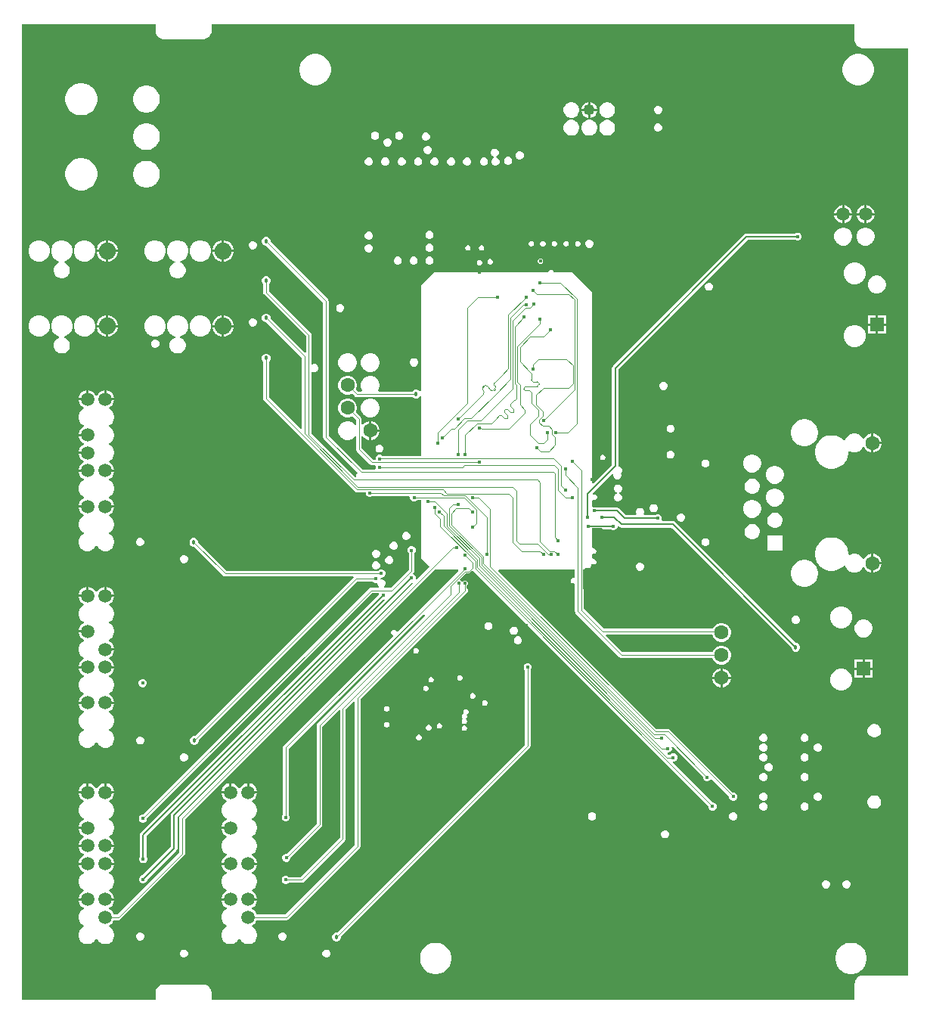
<source format=gbr>
G04*
G04 #@! TF.GenerationSoftware,Altium Limited,Altium Designer,24.2.2 (26)*
G04*
G04 Layer_Physical_Order=4*
G04 Layer_Color=16737945*
%FSLAX44Y44*%
%MOMM*%
G71*
G04*
G04 #@! TF.SameCoordinates,D1F85D35-12B9-47B7-842E-F7ABDB1EEA32*
G04*
G04*
G04 #@! TF.FilePolarity,Positive*
G04*
G01*
G75*
%ADD96C,0.1020*%
%ADD97C,0.2030*%
%ADD104C,1.9000*%
%ADD107C,1.2500*%
%ADD110R,1.5080X1.5080*%
%ADD111C,1.5000*%
%ADD112C,1.6000*%
%ADD115C,2.5000*%
%ADD117C,0.4000*%
%ADD118C,0.4570*%
%ADD119C,0.0770*%
%ADD120C,0.0890*%
G36*
X936116Y1078000D02*
X936153Y1077811D01*
X936134Y1077619D01*
X936230Y1076644D01*
X936396Y1076098D01*
X936507Y1075538D01*
X937254Y1073736D01*
X938096Y1072476D01*
X939475Y1071096D01*
X940736Y1070254D01*
X942538Y1069507D01*
X943098Y1069396D01*
X943644Y1069230D01*
X944619Y1069134D01*
X944811Y1069153D01*
X945000Y1069116D01*
X996116D01*
Y30885D01*
X945000Y30885D01*
X944811Y30847D01*
X944619Y30866D01*
X943644Y30770D01*
X943098Y30604D01*
X942538Y30493D01*
X940736Y29746D01*
X939475Y28904D01*
X938096Y27525D01*
X937254Y26265D01*
X936507Y24462D01*
X936396Y23902D01*
X936230Y23356D01*
X936134Y22381D01*
X936153Y22189D01*
X936116Y22000D01*
X936116Y3885D01*
X215885D01*
Y12000D01*
X215847Y12189D01*
X215866Y12381D01*
X215770Y13356D01*
X215604Y13903D01*
X215493Y14462D01*
X214746Y16265D01*
X213904Y17525D01*
X212525Y18904D01*
X211264Y19746D01*
X209462Y20493D01*
X208902Y20604D01*
X208356Y20770D01*
X207381Y20866D01*
X207189Y20847D01*
X207000Y20885D01*
X162000Y20885D01*
X161811Y20847D01*
X161619Y20866D01*
X160644Y20770D01*
X160098Y20604D01*
X159538Y20493D01*
X157736Y19746D01*
X156475Y18904D01*
X155096Y17525D01*
X154254Y16264D01*
X153507Y14462D01*
X153396Y13902D01*
X153230Y13356D01*
X153134Y12381D01*
X153153Y12189D01*
X153116Y12000D01*
X153116Y3885D01*
X3885D01*
Y1096116D01*
X153116D01*
Y1088000D01*
X153153Y1087811D01*
X153134Y1087619D01*
X153230Y1086644D01*
X153396Y1086098D01*
X153507Y1085538D01*
X154254Y1083736D01*
X155096Y1082476D01*
X156475Y1081096D01*
X157736Y1080254D01*
X159538Y1079508D01*
X160098Y1079396D01*
X160644Y1079230D01*
X161619Y1079134D01*
X161811Y1079153D01*
X162000Y1079116D01*
X207000Y1079116D01*
X207189Y1079153D01*
X207381Y1079134D01*
X208356Y1079230D01*
X208902Y1079396D01*
X209462Y1079508D01*
X211264Y1080254D01*
X212525Y1081096D01*
X213904Y1082476D01*
X214746Y1083736D01*
X215493Y1085538D01*
X215604Y1086098D01*
X215770Y1086644D01*
X215866Y1087619D01*
X215847Y1087811D01*
X215885Y1088000D01*
X215885Y1096116D01*
X936116D01*
Y1078000D01*
D02*
G37*
%LPC*%
G36*
X941728Y1062540D02*
X938273D01*
X934884Y1061866D01*
X931692Y1060544D01*
X928819Y1058624D01*
X926376Y1056181D01*
X924456Y1053308D01*
X923134Y1050116D01*
X922460Y1046728D01*
Y1043273D01*
X923134Y1039884D01*
X924456Y1036692D01*
X926376Y1033819D01*
X928819Y1031376D01*
X931692Y1029456D01*
X934884Y1028134D01*
X938273Y1027460D01*
X941728D01*
X945116Y1028134D01*
X948308Y1029456D01*
X951181Y1031376D01*
X953624Y1033819D01*
X955544Y1036692D01*
X956866Y1039884D01*
X957540Y1043273D01*
Y1046728D01*
X956866Y1050116D01*
X955544Y1053308D01*
X953624Y1056181D01*
X951181Y1058624D01*
X948308Y1060544D01*
X945116Y1061866D01*
X941728Y1062540D01*
D02*
G37*
G36*
X333728D02*
X330273D01*
X326884Y1061866D01*
X323692Y1060544D01*
X320819Y1058624D01*
X318376Y1056181D01*
X316456Y1053308D01*
X315134Y1050116D01*
X314460Y1046728D01*
Y1043273D01*
X315134Y1039884D01*
X316456Y1036692D01*
X318376Y1033819D01*
X320819Y1031376D01*
X323692Y1029456D01*
X326884Y1028134D01*
X330273Y1027460D01*
X333728D01*
X337116Y1028134D01*
X340308Y1029456D01*
X343181Y1031376D01*
X345624Y1033819D01*
X347544Y1036692D01*
X348866Y1039884D01*
X349540Y1043273D01*
Y1046728D01*
X348866Y1050116D01*
X347544Y1053308D01*
X345624Y1056181D01*
X343181Y1058624D01*
X340308Y1060544D01*
X337116Y1061866D01*
X333728Y1062540D01*
D02*
G37*
G36*
X640270Y1008760D02*
Y1001270D01*
X647760D01*
X647191Y1003393D01*
X646034Y1005397D01*
X644397Y1007034D01*
X642393Y1008191D01*
X640270Y1008760D01*
D02*
G37*
G36*
X637730D02*
X635607Y1008191D01*
X633603Y1007034D01*
X631966Y1005397D01*
X630809Y1003393D01*
X630240Y1001270D01*
X637730D01*
Y1008760D01*
D02*
G37*
G36*
X144481Y1027038D02*
X141519D01*
X138613Y1026460D01*
X135876Y1025326D01*
X133413Y1023680D01*
X131318Y1021585D01*
X129672Y1019122D01*
X128538Y1016385D01*
X127960Y1013479D01*
Y1010516D01*
X128538Y1007611D01*
X129672Y1004874D01*
X131318Y1002410D01*
X133413Y1000315D01*
X135876Y998669D01*
X138613Y997536D01*
X141519Y996958D01*
X144481D01*
X147387Y997536D01*
X150124Y998669D01*
X152587Y1000315D01*
X154682Y1002410D01*
X156328Y1004874D01*
X157462Y1007611D01*
X158040Y1010516D01*
Y1013479D01*
X157462Y1016385D01*
X156328Y1019122D01*
X154682Y1021585D01*
X152587Y1023680D01*
X150124Y1025326D01*
X147387Y1026460D01*
X144481Y1027038D01*
D02*
G37*
G36*
X716957Y1004480D02*
X715151D01*
X713482Y1003789D01*
X712205Y1002512D01*
X711514Y1000843D01*
Y999037D01*
X712205Y997369D01*
X713482Y996091D01*
X715151Y995400D01*
X716957D01*
X718626Y996091D01*
X719903Y997369D01*
X720594Y999037D01*
Y1000843D01*
X719903Y1002512D01*
X718626Y1003789D01*
X716957Y1004480D01*
D02*
G37*
G36*
X71777Y1030038D02*
X68223D01*
X64738Y1029345D01*
X61455Y1027985D01*
X58500Y1026011D01*
X55987Y1023498D01*
X54013Y1020543D01*
X52653Y1017260D01*
X51960Y1013775D01*
Y1010221D01*
X52653Y1006736D01*
X54013Y1003453D01*
X55987Y1000498D01*
X58500Y997986D01*
X61455Y996011D01*
X64738Y994651D01*
X68223Y993958D01*
X71777D01*
X75262Y994651D01*
X78545Y996011D01*
X81500Y997986D01*
X84012Y1000498D01*
X85987Y1003453D01*
X87347Y1006736D01*
X88040Y1010221D01*
Y1013775D01*
X87347Y1017260D01*
X85987Y1020543D01*
X84012Y1023498D01*
X81500Y1026011D01*
X78545Y1027985D01*
X75262Y1029345D01*
X71777Y1030038D01*
D02*
G37*
G36*
X647760Y998730D02*
X640270D01*
Y991240D01*
X642393Y991809D01*
X644397Y992966D01*
X646034Y994603D01*
X647191Y996607D01*
X647760Y998730D01*
D02*
G37*
G36*
X637730D02*
X630240D01*
X630809Y996607D01*
X631966Y994603D01*
X633603Y992966D01*
X635607Y991809D01*
X637730Y991240D01*
Y998730D01*
D02*
G37*
G36*
X660157Y1008790D02*
X657843D01*
X655607Y1008191D01*
X653603Y1007034D01*
X651966Y1005397D01*
X650809Y1003393D01*
X650210Y1001157D01*
Y998843D01*
X650809Y996607D01*
X651966Y994603D01*
X653603Y992966D01*
X655607Y991809D01*
X657843Y991210D01*
X660157D01*
X662393Y991809D01*
X664397Y992966D01*
X666034Y994603D01*
X667191Y996607D01*
X667790Y998843D01*
Y1001157D01*
X667191Y1003393D01*
X666034Y1005397D01*
X664397Y1007034D01*
X662393Y1008191D01*
X660157Y1008790D01*
D02*
G37*
G36*
X620157D02*
X617843D01*
X615607Y1008191D01*
X613603Y1007034D01*
X611966Y1005397D01*
X610809Y1003393D01*
X610210Y1001157D01*
Y998843D01*
X610809Y996607D01*
X611966Y994603D01*
X613603Y992966D01*
X615607Y991809D01*
X617843Y991210D01*
X620157D01*
X622393Y991809D01*
X624397Y992966D01*
X626034Y994603D01*
X627191Y996607D01*
X627790Y998843D01*
Y1001157D01*
X627191Y1003393D01*
X626034Y1005397D01*
X624397Y1007034D01*
X622393Y1008191D01*
X620157Y1008790D01*
D02*
G37*
G36*
X716866Y984577D02*
X715060D01*
X713392Y983886D01*
X712114Y982608D01*
X711423Y980940D01*
Y979134D01*
X712114Y977465D01*
X713392Y976188D01*
X715060Y975497D01*
X716866D01*
X718535Y976188D01*
X719812Y977465D01*
X720503Y979134D01*
Y980940D01*
X719812Y982608D01*
X718535Y983886D01*
X716866Y984577D01*
D02*
G37*
G36*
X660157Y988790D02*
X657843D01*
X655607Y988191D01*
X653603Y987034D01*
X651966Y985397D01*
X650809Y983393D01*
X650210Y981157D01*
Y978843D01*
X650809Y976607D01*
X651966Y974603D01*
X653603Y972966D01*
X655607Y971809D01*
X657843Y971210D01*
X660157D01*
X662393Y971809D01*
X664397Y972966D01*
X666034Y974603D01*
X667191Y976607D01*
X667790Y978843D01*
Y981157D01*
X667191Y983393D01*
X666034Y985397D01*
X664397Y987034D01*
X662393Y988191D01*
X660157Y988790D01*
D02*
G37*
G36*
X640157D02*
X637843D01*
X635607Y988191D01*
X633603Y987034D01*
X631966Y985397D01*
X630809Y983393D01*
X630210Y981157D01*
Y978843D01*
X630809Y976607D01*
X631966Y974603D01*
X633603Y972966D01*
X635607Y971809D01*
X637843Y971210D01*
X640157D01*
X642393Y971809D01*
X644397Y972966D01*
X646034Y974603D01*
X647191Y976607D01*
X647790Y978843D01*
Y981157D01*
X647191Y983393D01*
X646034Y985397D01*
X644397Y987034D01*
X642393Y988191D01*
X640157Y988790D01*
D02*
G37*
G36*
X620157D02*
X617843D01*
X615607Y988191D01*
X613603Y987034D01*
X611966Y985397D01*
X610809Y983393D01*
X610210Y981157D01*
Y978843D01*
X610809Y976607D01*
X611966Y974603D01*
X613603Y972966D01*
X615607Y971809D01*
X617843Y971210D01*
X620157D01*
X622393Y971809D01*
X624397Y972966D01*
X626034Y974603D01*
X627191Y976607D01*
X627790Y978843D01*
Y981157D01*
X627191Y983393D01*
X626034Y985397D01*
X624397Y987034D01*
X622393Y988191D01*
X620157Y988790D01*
D02*
G37*
G36*
X426903Y975540D02*
X425097D01*
X423428Y974849D01*
X422151Y973572D01*
X421460Y971903D01*
Y970097D01*
X422151Y968428D01*
X423428Y967151D01*
X425097Y966460D01*
X426903D01*
X428572Y967151D01*
X429849Y968428D01*
X430540Y970097D01*
Y971903D01*
X429849Y973572D01*
X428572Y974849D01*
X426903Y975540D01*
D02*
G37*
G36*
X399903D02*
X398097D01*
X396428Y974849D01*
X395151Y973572D01*
X394460Y971903D01*
Y970097D01*
X395151Y968428D01*
X396428Y967151D01*
X398097Y966460D01*
X399903D01*
X401572Y967151D01*
X402849Y968428D01*
X403540Y970097D01*
Y971903D01*
X402849Y973572D01*
X401572Y974849D01*
X399903Y975540D01*
D02*
G37*
G36*
X456903Y974540D02*
X455097D01*
X453428Y973849D01*
X452151Y972572D01*
X451460Y970903D01*
Y969097D01*
X452151Y967428D01*
X453428Y966151D01*
X455097Y965460D01*
X456903D01*
X458572Y966151D01*
X459849Y967428D01*
X460540Y969097D01*
Y970903D01*
X459849Y972572D01*
X458572Y973849D01*
X456903Y974540D01*
D02*
G37*
G36*
X413946Y968093D02*
X412140D01*
X410471Y967402D01*
X409194Y966125D01*
X408503Y964456D01*
Y962650D01*
X409194Y960982D01*
X410471Y959704D01*
X412140Y959013D01*
X413946D01*
X415615Y959704D01*
X416892Y960982D01*
X417583Y962650D01*
Y964456D01*
X416892Y966125D01*
X415615Y967402D01*
X413946Y968093D01*
D02*
G37*
G36*
X144481Y985038D02*
X141519D01*
X138613Y984460D01*
X135876Y983326D01*
X133413Y981680D01*
X131318Y979585D01*
X129672Y977122D01*
X128538Y974385D01*
X127960Y971479D01*
Y968517D01*
X128538Y965611D01*
X129672Y962874D01*
X131318Y960410D01*
X133413Y958316D01*
X135876Y956670D01*
X138613Y955536D01*
X141519Y954958D01*
X144481D01*
X147387Y955536D01*
X150124Y956670D01*
X152587Y958316D01*
X154682Y960410D01*
X156328Y962874D01*
X157462Y965611D01*
X158040Y968517D01*
Y971479D01*
X157462Y974385D01*
X156328Y977122D01*
X154682Y979585D01*
X152587Y981680D01*
X150124Y983326D01*
X147387Y984460D01*
X144481Y985038D01*
D02*
G37*
G36*
X458903Y959540D02*
X457097D01*
X455428Y958849D01*
X454151Y957572D01*
X453460Y955903D01*
Y954097D01*
X454151Y952428D01*
X455428Y951151D01*
X457097Y950460D01*
X458903D01*
X460572Y951151D01*
X461849Y952428D01*
X462540Y954097D01*
Y955903D01*
X461849Y957572D01*
X460572Y958849D01*
X458903Y959540D01*
D02*
G37*
G36*
X561903Y953540D02*
X560097D01*
X558428Y952849D01*
X557151Y951572D01*
X556460Y949903D01*
Y948097D01*
X557151Y946428D01*
X558428Y945151D01*
X560097Y944460D01*
X561903D01*
X563572Y945151D01*
X564849Y946428D01*
X565540Y948097D01*
Y949903D01*
X564849Y951572D01*
X563572Y952849D01*
X561903Y953540D01*
D02*
G37*
G36*
X548903Y947540D02*
X547097D01*
X545428Y946849D01*
X544151Y945572D01*
X543460Y943903D01*
Y942097D01*
X544151Y940428D01*
X545428Y939151D01*
X547097Y938460D01*
X548903D01*
X550572Y939151D01*
X551849Y940428D01*
X552540Y942097D01*
Y943903D01*
X551849Y945572D01*
X550572Y946849D01*
X548903Y947540D01*
D02*
G37*
G36*
X533903Y956540D02*
X532097D01*
X530428Y955849D01*
X529151Y954572D01*
X528460Y952903D01*
Y951097D01*
X529151Y949428D01*
X530428Y948151D01*
X532048Y947480D01*
X532118Y947291D01*
X532252Y946190D01*
X531428Y945849D01*
X530151Y944572D01*
X529460Y942903D01*
Y941097D01*
X530151Y939428D01*
X531428Y938151D01*
X533097Y937460D01*
X534903D01*
X536572Y938151D01*
X537849Y939428D01*
X538540Y941097D01*
Y942903D01*
X537849Y944572D01*
X536572Y945849D01*
X534952Y946520D01*
X534882Y946709D01*
X534748Y947810D01*
X535572Y948151D01*
X536849Y949428D01*
X537540Y951097D01*
Y952903D01*
X536849Y954572D01*
X535572Y955849D01*
X533903Y956540D01*
D02*
G37*
G36*
X521903Y946540D02*
X520097D01*
X518428Y945849D01*
X517151Y944572D01*
X516460Y942903D01*
Y941097D01*
X517151Y939428D01*
X518428Y938151D01*
X520097Y937460D01*
X521903D01*
X523572Y938151D01*
X524849Y939428D01*
X525540Y941097D01*
Y942903D01*
X524849Y944572D01*
X523572Y945849D01*
X521903Y946540D01*
D02*
G37*
G36*
X502903D02*
X501097D01*
X499428Y945849D01*
X498151Y944572D01*
X497460Y942903D01*
Y941097D01*
X498151Y939428D01*
X499428Y938151D01*
X501097Y937460D01*
X502903D01*
X504572Y938151D01*
X505849Y939428D01*
X506540Y941097D01*
Y942903D01*
X505849Y944572D01*
X504572Y945849D01*
X502903Y946540D01*
D02*
G37*
G36*
X485046D02*
X483240D01*
X481571Y945849D01*
X480294Y944572D01*
X479603Y942903D01*
Y941097D01*
X480294Y939428D01*
X481571Y938151D01*
X483240Y937460D01*
X485046D01*
X486715Y938151D01*
X487992Y939428D01*
X488683Y941097D01*
Y942903D01*
X487992Y944572D01*
X486715Y945849D01*
X485046Y946540D01*
D02*
G37*
G36*
X466617D02*
X464811D01*
X463143Y945849D01*
X461865Y944572D01*
X461174Y942903D01*
Y941097D01*
X461865Y939428D01*
X463143Y938151D01*
X464811Y937460D01*
X466617D01*
X468286Y938151D01*
X469563Y939428D01*
X470254Y941097D01*
Y942903D01*
X469563Y944572D01*
X468286Y945849D01*
X466617Y946540D01*
D02*
G37*
G36*
X448189D02*
X446383D01*
X444714Y945849D01*
X443437Y944572D01*
X442746Y942903D01*
Y941097D01*
X443437Y939428D01*
X444714Y938151D01*
X446383Y937460D01*
X448189D01*
X449857Y938151D01*
X451134Y939428D01*
X451826Y941097D01*
Y942903D01*
X451134Y944572D01*
X449857Y945849D01*
X448189Y946540D01*
D02*
G37*
G36*
X429760D02*
X427954D01*
X426285Y945849D01*
X425008Y944572D01*
X424317Y942903D01*
Y941097D01*
X425008Y939428D01*
X426285Y938151D01*
X427954Y937460D01*
X429760D01*
X431429Y938151D01*
X432706Y939428D01*
X433397Y941097D01*
Y942903D01*
X432706Y944572D01*
X431429Y945849D01*
X429760Y946540D01*
D02*
G37*
G36*
X411332D02*
X409525D01*
X407857Y945849D01*
X406580Y944572D01*
X405889Y942903D01*
Y941097D01*
X406580Y939428D01*
X407857Y938151D01*
X409525Y937460D01*
X411332D01*
X413000Y938151D01*
X414277Y939428D01*
X414969Y941097D01*
Y942903D01*
X414277Y944572D01*
X413000Y945849D01*
X411332Y946540D01*
D02*
G37*
G36*
X392903D02*
X391097D01*
X389428Y945849D01*
X388151Y944572D01*
X387460Y942903D01*
Y941097D01*
X388151Y939428D01*
X389428Y938151D01*
X391097Y937460D01*
X392903D01*
X394572Y938151D01*
X395849Y939428D01*
X396540Y941097D01*
Y942903D01*
X395849Y944572D01*
X394572Y945849D01*
X392903Y946540D01*
D02*
G37*
G36*
X144481Y943038D02*
X141519D01*
X138613Y942460D01*
X135876Y941326D01*
X133413Y939680D01*
X131318Y937586D01*
X129672Y935122D01*
X128538Y932385D01*
X127960Y929479D01*
Y926517D01*
X128538Y923611D01*
X129672Y920874D01*
X131318Y918411D01*
X133413Y916316D01*
X135876Y914670D01*
X138613Y913536D01*
X141519Y912958D01*
X144481D01*
X147387Y913536D01*
X150124Y914670D01*
X152587Y916316D01*
X154682Y918411D01*
X156328Y920874D01*
X157462Y923611D01*
X158040Y926517D01*
Y929479D01*
X157462Y932385D01*
X156328Y935122D01*
X154682Y937586D01*
X152587Y939680D01*
X150124Y941326D01*
X147387Y942460D01*
X144481Y943038D01*
D02*
G37*
G36*
X71777Y946039D02*
X68223D01*
X64738Y945345D01*
X61455Y943985D01*
X58500Y942011D01*
X55987Y939498D01*
X54013Y936544D01*
X52653Y933261D01*
X51960Y929775D01*
Y926222D01*
X52653Y922737D01*
X54013Y919453D01*
X55987Y916499D01*
X58500Y913986D01*
X61455Y912012D01*
X64738Y910652D01*
X68223Y909959D01*
X71777D01*
X75262Y910652D01*
X78545Y912012D01*
X81500Y913986D01*
X84012Y916499D01*
X85987Y919453D01*
X87347Y922737D01*
X88040Y926222D01*
Y929775D01*
X87347Y933261D01*
X85987Y936544D01*
X84012Y939498D01*
X81500Y942011D01*
X78545Y943985D01*
X75262Y945345D01*
X71777Y946039D01*
D02*
G37*
G36*
X949540Y893224D02*
X949488D01*
Y884454D01*
X958258D01*
Y884506D01*
X957574Y887059D01*
X956252Y889349D01*
X954383Y891218D01*
X952093Y892540D01*
X949540Y893224D01*
D02*
G37*
G36*
X924540D02*
X924488D01*
Y884454D01*
X933258D01*
Y884506D01*
X932574Y887059D01*
X931252Y889349D01*
X929383Y891218D01*
X927093Y892540D01*
X924540Y893224D01*
D02*
G37*
G36*
X946948D02*
X946896D01*
X944343Y892540D01*
X942053Y891218D01*
X940184Y889349D01*
X938862Y887059D01*
X938178Y884506D01*
Y884454D01*
X946948D01*
Y893224D01*
D02*
G37*
G36*
X921948D02*
X921896D01*
X919343Y892540D01*
X917053Y891218D01*
X915184Y889349D01*
X913862Y887059D01*
X913178Y884506D01*
Y884454D01*
X921948D01*
Y893224D01*
D02*
G37*
G36*
X958258Y881914D02*
X949488D01*
Y873144D01*
X949540D01*
X952093Y873828D01*
X954383Y875150D01*
X956252Y877019D01*
X957574Y879309D01*
X958258Y881862D01*
Y881914D01*
D02*
G37*
G36*
X946948D02*
X938178D01*
Y881862D01*
X938862Y879309D01*
X940184Y877019D01*
X942053Y875150D01*
X944343Y873828D01*
X946896Y873144D01*
X946948D01*
Y881914D01*
D02*
G37*
G36*
X933258D02*
X924488D01*
Y873144D01*
X924540D01*
X927093Y873828D01*
X929383Y875150D01*
X931252Y877019D01*
X932574Y879309D01*
X933258Y881862D01*
Y881914D01*
D02*
G37*
G36*
X921948D02*
X913178D01*
Y881862D01*
X913862Y879309D01*
X915184Y877019D01*
X917053Y875150D01*
X919343Y873828D01*
X921896Y873144D01*
X921948D01*
Y881914D01*
D02*
G37*
G36*
X460903Y864540D02*
X459097D01*
X457428Y863849D01*
X456151Y862572D01*
X455460Y860903D01*
Y859097D01*
X456151Y857428D01*
X457428Y856151D01*
X459097Y855460D01*
X460903D01*
X462572Y856151D01*
X463849Y857428D01*
X464540Y859097D01*
Y860903D01*
X463849Y862572D01*
X462572Y863849D01*
X460903Y864540D01*
D02*
G37*
G36*
X392903Y863540D02*
X391097D01*
X389428Y862849D01*
X388151Y861572D01*
X387460Y859903D01*
Y858097D01*
X388151Y856428D01*
X389428Y855151D01*
X391097Y854460D01*
X392903D01*
X394572Y855151D01*
X395849Y856428D01*
X396540Y858097D01*
Y859903D01*
X395849Y861572D01*
X394572Y862849D01*
X392903Y863540D01*
D02*
G37*
G36*
X949540Y868224D02*
X946896D01*
X944343Y867540D01*
X942053Y866218D01*
X940184Y864349D01*
X938862Y862059D01*
X938178Y859506D01*
Y856862D01*
X938862Y854309D01*
X940184Y852019D01*
X942053Y850150D01*
X944343Y848828D01*
X946896Y848144D01*
X949540D01*
X952093Y848828D01*
X954383Y850150D01*
X956252Y852019D01*
X957574Y854309D01*
X958258Y856862D01*
Y859506D01*
X957574Y862059D01*
X956252Y864349D01*
X954383Y866218D01*
X952093Y867540D01*
X949540Y868224D01*
D02*
G37*
G36*
X924540D02*
X921896D01*
X919343Y867540D01*
X917053Y866218D01*
X915184Y864349D01*
X913862Y862059D01*
X913178Y859506D01*
Y856862D01*
X913862Y854309D01*
X915184Y852019D01*
X917053Y850150D01*
X919343Y848828D01*
X921896Y848144D01*
X924540D01*
X927093Y848828D01*
X929383Y850150D01*
X931252Y852019D01*
X932574Y854309D01*
X933258Y856862D01*
Y859506D01*
X932574Y862059D01*
X931252Y864349D01*
X929383Y866218D01*
X927093Y867540D01*
X924540Y868224D01*
D02*
G37*
G36*
X626601Y853020D02*
X625399D01*
X624289Y852560D01*
X623440Y851711D01*
X622980Y850601D01*
Y849399D01*
X623440Y848289D01*
X624289Y847440D01*
X625399Y846980D01*
X626601D01*
X627711Y847440D01*
X628560Y848289D01*
X629020Y849399D01*
Y850601D01*
X628560Y851711D01*
X627711Y852560D01*
X626601Y853020D01*
D02*
G37*
G36*
X613601D02*
X612399D01*
X611289Y852560D01*
X610440Y851711D01*
X609980Y850601D01*
Y849399D01*
X610440Y848289D01*
X611289Y847440D01*
X612399Y846980D01*
X613601D01*
X614711Y847440D01*
X615560Y848289D01*
X616020Y849399D01*
Y850601D01*
X615560Y851711D01*
X614711Y852560D01*
X613601Y853020D01*
D02*
G37*
G36*
X600601D02*
X599399D01*
X598289Y852560D01*
X597440Y851711D01*
X596980Y850601D01*
Y849399D01*
X597440Y848289D01*
X598289Y847440D01*
X599399Y846980D01*
X600601D01*
X601711Y847440D01*
X602560Y848289D01*
X603020Y849399D01*
Y850601D01*
X602560Y851711D01*
X601711Y852560D01*
X600601Y853020D01*
D02*
G37*
G36*
X587601D02*
X586399D01*
X585289Y852560D01*
X584440Y851711D01*
X583980Y850601D01*
Y849399D01*
X584440Y848289D01*
X585289Y847440D01*
X586399Y846980D01*
X587601D01*
X588711Y847440D01*
X589560Y848289D01*
X590020Y849399D01*
Y850601D01*
X589560Y851711D01*
X588711Y852560D01*
X587601Y853020D01*
D02*
G37*
G36*
X574601D02*
X573399D01*
X572289Y852560D01*
X571440Y851711D01*
X570980Y850601D01*
Y849399D01*
X571440Y848289D01*
X572289Y847440D01*
X573399Y846980D01*
X574601D01*
X575711Y847440D01*
X576560Y848289D01*
X577020Y849399D01*
Y850601D01*
X576560Y851711D01*
X575711Y852560D01*
X574601Y853020D01*
D02*
G37*
G36*
X639903Y854540D02*
X638097D01*
X636428Y853849D01*
X635151Y852572D01*
X634460Y850903D01*
Y849097D01*
X635151Y847428D01*
X636428Y846151D01*
X638097Y845460D01*
X639903D01*
X641572Y846151D01*
X642849Y847428D01*
X643540Y849097D01*
Y850903D01*
X642849Y852572D01*
X641572Y853849D01*
X639903Y854540D01*
D02*
G37*
G36*
X262961Y853019D02*
X261155D01*
X259486Y852328D01*
X258209Y851051D01*
X257518Y849382D01*
Y847576D01*
X258209Y845907D01*
X259486Y844630D01*
X261155Y843939D01*
X262961D01*
X264630Y844630D01*
X265907Y845907D01*
X266598Y847576D01*
Y849382D01*
X265907Y851051D01*
X264630Y852328D01*
X262961Y853019D01*
D02*
G37*
G36*
X230385Y854040D02*
X230070D01*
Y843270D01*
X240840D01*
Y843585D01*
X240019Y846647D01*
X238434Y849393D01*
X236193Y851634D01*
X233447Y853220D01*
X230385Y854040D01*
D02*
G37*
G36*
X100685D02*
X100370D01*
Y843270D01*
X111140D01*
Y843585D01*
X110319Y846647D01*
X108734Y849393D01*
X106493Y851634D01*
X103747Y853220D01*
X100685Y854040D01*
D02*
G37*
G36*
X227530D02*
X227215D01*
X224153Y853220D01*
X221407Y851634D01*
X219166Y849393D01*
X217581Y846647D01*
X216760Y843585D01*
Y843270D01*
X227530D01*
Y854040D01*
D02*
G37*
G36*
X97830D02*
X97515D01*
X94453Y853220D01*
X91707Y851634D01*
X89466Y849393D01*
X87880Y846647D01*
X87060Y843585D01*
Y843270D01*
X97830D01*
Y854040D01*
D02*
G37*
G36*
X518601Y848520D02*
X517399D01*
X516289Y848060D01*
X515440Y847211D01*
X514980Y846101D01*
Y844899D01*
X515440Y843789D01*
X516289Y842940D01*
X517399Y842480D01*
X518601D01*
X519711Y842940D01*
X520560Y843789D01*
X521020Y844899D01*
Y846101D01*
X520560Y847211D01*
X519711Y848060D01*
X518601Y848520D01*
D02*
G37*
G36*
X503601D02*
X502399D01*
X501289Y848060D01*
X500440Y847211D01*
X499980Y846101D01*
Y844899D01*
X500440Y843789D01*
X501289Y842940D01*
X502399Y842480D01*
X503601D01*
X504711Y842940D01*
X505560Y843789D01*
X506020Y844899D01*
Y846101D01*
X505560Y847211D01*
X504711Y848060D01*
X503601Y848520D01*
D02*
G37*
G36*
X460903Y850040D02*
X459097D01*
X457428Y849349D01*
X456151Y848072D01*
X455460Y846403D01*
Y844597D01*
X456151Y842928D01*
X457428Y841651D01*
X459097Y840960D01*
X460903D01*
X462572Y841651D01*
X463849Y842928D01*
X464540Y844597D01*
Y846403D01*
X463849Y848072D01*
X462572Y849349D01*
X460903Y850040D01*
D02*
G37*
G36*
X392903Y849540D02*
X391097D01*
X389428Y848849D01*
X388151Y847572D01*
X387460Y845903D01*
Y844097D01*
X388151Y842428D01*
X389428Y841151D01*
X391097Y840460D01*
X392903D01*
X394572Y841151D01*
X395849Y842428D01*
X396540Y844097D01*
Y845903D01*
X395849Y847572D01*
X394572Y848849D01*
X392903Y849540D01*
D02*
G37*
G36*
X240840Y840730D02*
X230070D01*
Y829960D01*
X230385D01*
X233447Y830780D01*
X236193Y832366D01*
X238434Y834607D01*
X240019Y837353D01*
X240840Y840415D01*
Y840730D01*
D02*
G37*
G36*
X227530D02*
X216760D01*
Y840415D01*
X217581Y837353D01*
X219166Y834607D01*
X221407Y832366D01*
X224153Y830780D01*
X227215Y829960D01*
X227530D01*
Y840730D01*
D02*
G37*
G36*
X204985Y854040D02*
X201815D01*
X198753Y853220D01*
X196007Y851634D01*
X193766Y849393D01*
X192181Y846647D01*
X191360Y843585D01*
Y840415D01*
X192181Y837353D01*
X193766Y834607D01*
X196007Y832366D01*
X198753Y830780D01*
X201815Y829960D01*
X204985D01*
X208047Y830780D01*
X210793Y832366D01*
X213034Y834607D01*
X214620Y837353D01*
X215440Y840415D01*
Y843585D01*
X214620Y846647D01*
X213034Y849393D01*
X210793Y851634D01*
X208047Y853220D01*
X204985Y854040D01*
D02*
G37*
G36*
X154185D02*
X151015D01*
X147953Y853220D01*
X145207Y851634D01*
X142966Y849393D01*
X141381Y846647D01*
X140560Y843585D01*
Y840415D01*
X141381Y837353D01*
X142966Y834607D01*
X145207Y832366D01*
X147953Y830780D01*
X151015Y829960D01*
X154185D01*
X157247Y830780D01*
X159993Y832366D01*
X162234Y834607D01*
X163820Y837353D01*
X164640Y840415D01*
Y843585D01*
X163820Y846647D01*
X162234Y849393D01*
X159993Y851634D01*
X157247Y853220D01*
X154185Y854040D01*
D02*
G37*
G36*
X111140Y840730D02*
X100370D01*
Y829960D01*
X100685D01*
X103747Y830780D01*
X106493Y832366D01*
X108734Y834607D01*
X110319Y837353D01*
X111140Y840415D01*
Y840730D01*
D02*
G37*
G36*
X97830D02*
X87060D01*
Y840415D01*
X87880Y837353D01*
X89466Y834607D01*
X91707Y832366D01*
X94453Y830780D01*
X97515Y829960D01*
X97830D01*
Y840730D01*
D02*
G37*
G36*
X75285Y854040D02*
X72115D01*
X69053Y853220D01*
X66307Y851634D01*
X64066Y849393D01*
X62481Y846647D01*
X61660Y843585D01*
Y840415D01*
X62481Y837353D01*
X64066Y834607D01*
X66307Y832366D01*
X69053Y830780D01*
X72115Y829960D01*
X75285D01*
X78347Y830780D01*
X81093Y832366D01*
X83334Y834607D01*
X84920Y837353D01*
X85740Y840415D01*
Y843585D01*
X84920Y846647D01*
X83334Y849393D01*
X81093Y851634D01*
X78347Y853220D01*
X75285Y854040D01*
D02*
G37*
G36*
X24485D02*
X21315D01*
X18253Y853220D01*
X15507Y851634D01*
X13266Y849393D01*
X11681Y846647D01*
X10860Y843585D01*
Y840415D01*
X11681Y837353D01*
X13266Y834607D01*
X15507Y832366D01*
X18253Y830780D01*
X21315Y829960D01*
X24485D01*
X27547Y830780D01*
X30293Y832366D01*
X32534Y834607D01*
X34120Y837353D01*
X34940Y840415D01*
Y843585D01*
X34120Y846647D01*
X32534Y849393D01*
X30293Y851634D01*
X27547Y853220D01*
X24485Y854040D01*
D02*
G37*
G36*
X584955Y833658D02*
X583753D01*
X582643Y833198D01*
X581794Y832349D01*
X581334Y831239D01*
Y830037D01*
X581794Y828927D01*
X582643Y828078D01*
X583753Y827618D01*
X584955D01*
X586065Y828078D01*
X586914Y828927D01*
X587374Y830037D01*
Y831239D01*
X586914Y832349D01*
X586065Y833198D01*
X584955Y833658D01*
D02*
G37*
G36*
X528601Y833020D02*
X527399D01*
X526289Y832560D01*
X525440Y831711D01*
X524980Y830601D01*
Y829399D01*
X525440Y828289D01*
X526289Y827440D01*
X527399Y826980D01*
X528601D01*
X529711Y827440D01*
X530560Y828289D01*
X531020Y829399D01*
Y830601D01*
X530560Y831711D01*
X529711Y832560D01*
X528601Y833020D01*
D02*
G37*
G36*
X460903Y835540D02*
X459097D01*
X457428Y834849D01*
X456151Y833572D01*
X455460Y831903D01*
Y830097D01*
X456151Y828428D01*
X457428Y827151D01*
X459097Y826460D01*
X460903D01*
X462572Y827151D01*
X463849Y828428D01*
X464540Y830097D01*
Y831903D01*
X463849Y833572D01*
X462572Y834849D01*
X460903Y835540D01*
D02*
G37*
G36*
X443153D02*
X441347D01*
X439678Y834849D01*
X438401Y833572D01*
X437710Y831903D01*
Y830097D01*
X438401Y828428D01*
X439678Y827151D01*
X441347Y826460D01*
X443153D01*
X444822Y827151D01*
X446099Y828428D01*
X446790Y830097D01*
Y831903D01*
X446099Y833572D01*
X444822Y834849D01*
X443153Y835540D01*
D02*
G37*
G36*
X425403D02*
X423597D01*
X421928Y834849D01*
X420651Y833572D01*
X419960Y831903D01*
Y830097D01*
X420651Y828428D01*
X421928Y827151D01*
X423597Y826460D01*
X425403D01*
X427072Y827151D01*
X428349Y828428D01*
X429040Y830097D01*
Y831903D01*
X428349Y833572D01*
X427072Y834849D01*
X425403Y835540D01*
D02*
G37*
G36*
X516601Y832020D02*
X515399D01*
X514289Y831560D01*
X513440Y830711D01*
X512980Y829601D01*
Y828399D01*
X513440Y827289D01*
X514289Y826440D01*
X515399Y825980D01*
X516601D01*
X517711Y826440D01*
X518560Y827289D01*
X519020Y828399D01*
Y829601D01*
X518560Y830711D01*
X517711Y831560D01*
X516601Y832020D01*
D02*
G37*
G36*
X179585Y854040D02*
X176415D01*
X173353Y853220D01*
X170607Y851634D01*
X168366Y849393D01*
X166780Y846647D01*
X165960Y843585D01*
Y840415D01*
X166780Y837353D01*
X168366Y834607D01*
X170607Y832366D01*
X173353Y830780D01*
X175129Y830304D01*
X175129Y828990D01*
X174511Y828824D01*
X172449Y827634D01*
X170766Y825951D01*
X169576Y823889D01*
X168960Y821590D01*
Y819210D01*
X169576Y816911D01*
X170766Y814849D01*
X172449Y813166D01*
X174511Y811976D01*
X176810Y811360D01*
X179190D01*
X181489Y811976D01*
X183551Y813166D01*
X185234Y814849D01*
X186424Y816911D01*
X187040Y819210D01*
Y821590D01*
X186424Y823889D01*
X185234Y825951D01*
X183551Y827634D01*
X181489Y828824D01*
X180871Y828990D01*
X180871Y830304D01*
X182647Y830780D01*
X185393Y832366D01*
X187634Y834607D01*
X189219Y837353D01*
X190040Y840415D01*
Y843585D01*
X189219Y846647D01*
X187634Y849393D01*
X185393Y851634D01*
X182647Y853220D01*
X179585Y854040D01*
D02*
G37*
G36*
X49885D02*
X46715D01*
X43653Y853220D01*
X40907Y851634D01*
X38666Y849393D01*
X37081Y846647D01*
X36260Y843585D01*
Y840415D01*
X37081Y837353D01*
X38666Y834607D01*
X40907Y832366D01*
X43653Y830780D01*
X45429Y830304D01*
X45429Y828990D01*
X44811Y828824D01*
X42749Y827634D01*
X41066Y825951D01*
X39876Y823889D01*
X39260Y821590D01*
Y819210D01*
X39876Y816911D01*
X41066Y814849D01*
X42749Y813166D01*
X44811Y811976D01*
X47110Y811360D01*
X49490D01*
X51789Y811976D01*
X53851Y813166D01*
X55534Y814849D01*
X56724Y816911D01*
X57340Y819210D01*
Y821590D01*
X56724Y823889D01*
X55534Y825951D01*
X53851Y827634D01*
X51789Y828824D01*
X51171Y828990D01*
X51171Y830304D01*
X52947Y830780D01*
X55693Y832366D01*
X57934Y834607D01*
X59520Y837353D01*
X60340Y840415D01*
Y843585D01*
X59520Y846647D01*
X57934Y849393D01*
X55693Y851634D01*
X52947Y853220D01*
X49885Y854040D01*
D02*
G37*
G36*
X937618Y829290D02*
X934382D01*
X931256Y828453D01*
X928454Y826834D01*
X926166Y824546D01*
X924548Y821744D01*
X923710Y818618D01*
Y815382D01*
X924548Y812256D01*
X926166Y809454D01*
X928454Y807166D01*
X931256Y805548D01*
X934382Y804710D01*
X937618D01*
X940744Y805548D01*
X943546Y807166D01*
X945835Y809454D01*
X947452Y812256D01*
X948290Y815382D01*
Y818618D01*
X947452Y821744D01*
X945835Y824546D01*
X943546Y826834D01*
X940744Y828453D01*
X937618Y829290D01*
D02*
G37*
G36*
X773903Y806540D02*
X772097D01*
X770428Y805849D01*
X769151Y804572D01*
X768460Y802903D01*
Y801097D01*
X769151Y799428D01*
X770428Y798151D01*
X772097Y797460D01*
X773903D01*
X775572Y798151D01*
X776849Y799428D01*
X777540Y801097D01*
Y802903D01*
X776849Y804572D01*
X775572Y805849D01*
X773903Y806540D01*
D02*
G37*
G36*
X962327Y814580D02*
X959673D01*
X957109Y813893D01*
X954811Y812566D01*
X952934Y810689D01*
X951607Y808391D01*
X950920Y805827D01*
Y803173D01*
X951607Y800609D01*
X952934Y798311D01*
X954811Y796434D01*
X957109Y795107D01*
X959673Y794420D01*
X962327D01*
X964891Y795107D01*
X967189Y796434D01*
X969066Y798311D01*
X970393Y800609D01*
X971080Y803173D01*
Y805827D01*
X970393Y808391D01*
X969066Y810689D01*
X967189Y812566D01*
X964891Y813893D01*
X962327Y814580D01*
D02*
G37*
G36*
X360903Y782540D02*
X359097D01*
X357428Y781849D01*
X356151Y780572D01*
X355460Y778903D01*
Y777097D01*
X356151Y775428D01*
X357428Y774151D01*
X359097Y773460D01*
X360903D01*
X362572Y774151D01*
X363849Y775428D01*
X364540Y777097D01*
Y778903D01*
X363849Y780572D01*
X362572Y781849D01*
X360903Y782540D01*
D02*
G37*
G36*
X971080Y769580D02*
X962270D01*
Y760770D01*
X971080D01*
Y769580D01*
D02*
G37*
G36*
X959730D02*
X950920D01*
Y760770D01*
X959730D01*
Y769580D01*
D02*
G37*
G36*
X230385Y770040D02*
X230070D01*
Y759270D01*
X240840D01*
Y759585D01*
X240019Y762647D01*
X238434Y765393D01*
X236193Y767634D01*
X233447Y769220D01*
X230385Y770040D01*
D02*
G37*
G36*
X100685D02*
X100370D01*
Y759270D01*
X111140D01*
Y759585D01*
X110319Y762647D01*
X108734Y765393D01*
X106493Y767634D01*
X103747Y769220D01*
X100685Y770040D01*
D02*
G37*
G36*
X227530D02*
X227215D01*
X224153Y769220D01*
X221407Y767634D01*
X219166Y765393D01*
X217581Y762647D01*
X216760Y759585D01*
Y759270D01*
X227530D01*
Y770040D01*
D02*
G37*
G36*
X97830D02*
X97515D01*
X94453Y769220D01*
X91707Y767634D01*
X89466Y765393D01*
X87880Y762647D01*
X87060Y759585D01*
Y759270D01*
X97830D01*
Y770040D01*
D02*
G37*
G36*
X262903Y766540D02*
X261097D01*
X259428Y765849D01*
X258151Y764572D01*
X257460Y762903D01*
Y761097D01*
X258151Y759428D01*
X259428Y758151D01*
X261097Y757460D01*
X262903D01*
X264572Y758151D01*
X265849Y759428D01*
X266540Y761097D01*
Y762903D01*
X265849Y764572D01*
X264572Y765849D01*
X262903Y766540D01*
D02*
G37*
G36*
X971080Y758230D02*
X962270D01*
Y749420D01*
X971080D01*
Y758230D01*
D02*
G37*
G36*
X959730D02*
X950920D01*
Y749420D01*
X959730D01*
Y758230D01*
D02*
G37*
G36*
X240840Y756730D02*
X230070D01*
Y745960D01*
X230385D01*
X233447Y746780D01*
X236193Y748366D01*
X238434Y750607D01*
X240019Y753353D01*
X240840Y756415D01*
Y756730D01*
D02*
G37*
G36*
X227530D02*
X216760D01*
Y756415D01*
X217581Y753353D01*
X219166Y750607D01*
X221407Y748366D01*
X224153Y746780D01*
X227215Y745960D01*
X227530D01*
Y756730D01*
D02*
G37*
G36*
X204985Y770040D02*
X201815D01*
X198753Y769220D01*
X196007Y767634D01*
X193766Y765393D01*
X192181Y762647D01*
X191360Y759585D01*
Y756415D01*
X192181Y753353D01*
X193766Y750607D01*
X196007Y748366D01*
X198753Y746780D01*
X201815Y745960D01*
X204985D01*
X208047Y746780D01*
X210793Y748366D01*
X213034Y750607D01*
X214620Y753353D01*
X215440Y756415D01*
Y759585D01*
X214620Y762647D01*
X213034Y765393D01*
X210793Y767634D01*
X208047Y769220D01*
X204985Y770040D01*
D02*
G37*
G36*
X154185D02*
X151015D01*
X147953Y769220D01*
X145207Y767634D01*
X142966Y765393D01*
X141381Y762647D01*
X140560Y759585D01*
Y756415D01*
X141381Y753353D01*
X142966Y750607D01*
X145207Y748366D01*
X147953Y746780D01*
X151015Y745960D01*
X154185D01*
X157247Y746780D01*
X159993Y748366D01*
X162234Y750607D01*
X163820Y753353D01*
X164640Y756415D01*
Y759585D01*
X163820Y762647D01*
X162234Y765393D01*
X159993Y767634D01*
X157247Y769220D01*
X154185Y770040D01*
D02*
G37*
G36*
X111140Y756730D02*
X100370D01*
Y745960D01*
X100685D01*
X103747Y746780D01*
X106493Y748366D01*
X108734Y750607D01*
X110319Y753353D01*
X111140Y756415D01*
Y756730D01*
D02*
G37*
G36*
X97830D02*
X87060D01*
Y756415D01*
X87880Y753353D01*
X89466Y750607D01*
X91707Y748366D01*
X94453Y746780D01*
X97515Y745960D01*
X97830D01*
Y756730D01*
D02*
G37*
G36*
X75285Y770040D02*
X72115D01*
X69053Y769220D01*
X66307Y767634D01*
X64066Y765393D01*
X62481Y762647D01*
X61660Y759585D01*
Y756415D01*
X62481Y753353D01*
X64066Y750607D01*
X66307Y748366D01*
X69053Y746780D01*
X72115Y745960D01*
X75285D01*
X78347Y746780D01*
X81093Y748366D01*
X83334Y750607D01*
X84920Y753353D01*
X85740Y756415D01*
Y759585D01*
X84920Y762647D01*
X83334Y765393D01*
X81093Y767634D01*
X78347Y769220D01*
X75285Y770040D01*
D02*
G37*
G36*
X24485D02*
X21315D01*
X18253Y769220D01*
X15507Y767634D01*
X13266Y765393D01*
X11681Y762647D01*
X10860Y759585D01*
Y756415D01*
X11681Y753353D01*
X13266Y750607D01*
X15507Y748366D01*
X18253Y746780D01*
X21315Y745960D01*
X24485D01*
X27547Y746780D01*
X30293Y748366D01*
X32534Y750607D01*
X34120Y753353D01*
X34940Y756415D01*
Y759585D01*
X34120Y762647D01*
X32534Y765393D01*
X30293Y767634D01*
X27547Y769220D01*
X24485Y770040D01*
D02*
G37*
G36*
X937618Y759290D02*
X934382D01*
X931256Y758453D01*
X928454Y756834D01*
X926166Y754546D01*
X924548Y751744D01*
X923710Y748618D01*
Y745382D01*
X924548Y742256D01*
X926166Y739454D01*
X928454Y737166D01*
X931256Y735548D01*
X934382Y734710D01*
X937618D01*
X940744Y735548D01*
X943546Y737166D01*
X945835Y739454D01*
X947452Y742256D01*
X948290Y745382D01*
Y748618D01*
X947452Y751744D01*
X945835Y754546D01*
X943546Y756834D01*
X940744Y758453D01*
X937618Y759290D01*
D02*
G37*
G36*
X153667Y742670D02*
X151861D01*
X150193Y741979D01*
X148916Y740702D01*
X148224Y739033D01*
Y737227D01*
X148916Y735559D01*
X150193Y734281D01*
X151861Y733590D01*
X153667D01*
X155336Y734281D01*
X156613Y735559D01*
X157304Y737227D01*
Y739033D01*
X156613Y740702D01*
X155336Y741979D01*
X153667Y742670D01*
D02*
G37*
G36*
X179585Y770040D02*
X176415D01*
X173353Y769220D01*
X170607Y767634D01*
X168366Y765393D01*
X166780Y762647D01*
X165960Y759585D01*
Y756415D01*
X166780Y753353D01*
X168366Y750607D01*
X170607Y748366D01*
X173353Y746780D01*
X175129Y746304D01*
X175129Y744990D01*
X174511Y744824D01*
X172449Y743634D01*
X170766Y741951D01*
X169576Y739889D01*
X168960Y737590D01*
Y735210D01*
X169576Y732911D01*
X170766Y730849D01*
X172449Y729166D01*
X174511Y727976D01*
X176810Y727360D01*
X179190D01*
X181489Y727976D01*
X183551Y729166D01*
X185234Y730849D01*
X186424Y732911D01*
X187040Y735210D01*
Y737590D01*
X186424Y739889D01*
X185234Y741951D01*
X183551Y743634D01*
X181489Y744824D01*
X180871Y744990D01*
X180871Y746304D01*
X182647Y746780D01*
X185393Y748366D01*
X187634Y750607D01*
X189219Y753353D01*
X190040Y756415D01*
Y759585D01*
X189219Y762647D01*
X187634Y765393D01*
X185393Y767634D01*
X182647Y769220D01*
X179585Y770040D01*
D02*
G37*
G36*
X49885D02*
X46715D01*
X43653Y769220D01*
X40907Y767634D01*
X38666Y765393D01*
X37081Y762647D01*
X36260Y759585D01*
Y756415D01*
X37081Y753353D01*
X38666Y750607D01*
X40907Y748366D01*
X43653Y746780D01*
X45429Y746304D01*
X45429Y744990D01*
X44811Y744824D01*
X42749Y743634D01*
X41066Y741951D01*
X39876Y739889D01*
X39260Y737590D01*
Y735210D01*
X39876Y732911D01*
X41066Y730849D01*
X42749Y729166D01*
X44811Y727976D01*
X47110Y727360D01*
X49490D01*
X51789Y727976D01*
X53851Y729166D01*
X55534Y730849D01*
X56724Y732911D01*
X57340Y735210D01*
Y737590D01*
X56724Y739889D01*
X55534Y741951D01*
X53851Y743634D01*
X51789Y744824D01*
X51171Y744990D01*
X51171Y746304D01*
X52947Y746780D01*
X55693Y748366D01*
X57934Y750607D01*
X59520Y753353D01*
X60340Y756415D01*
Y759585D01*
X59520Y762647D01*
X57934Y765393D01*
X55693Y767634D01*
X52947Y769220D01*
X49885Y770040D01*
D02*
G37*
G36*
X443668Y722060D02*
X441748D01*
X439975Y721326D01*
X438618Y719968D01*
X437883Y718195D01*
Y716276D01*
X438618Y714502D01*
X439975Y713145D01*
X441748Y712410D01*
X443668D01*
X445441Y713145D01*
X446799Y714502D01*
X447533Y716276D01*
Y718195D01*
X446799Y719968D01*
X445441Y721326D01*
X443668Y722060D01*
D02*
G37*
G36*
X395088Y727640D02*
X392312D01*
X389632Y726922D01*
X387228Y725534D01*
X385266Y723572D01*
X383878Y721168D01*
X383160Y718488D01*
Y715712D01*
X383878Y713032D01*
X385266Y710628D01*
X387228Y708666D01*
X389632Y707278D01*
X392312Y706560D01*
X395088D01*
X397768Y707278D01*
X400172Y708666D01*
X402134Y710628D01*
X403522Y713032D01*
X404240Y715712D01*
Y718488D01*
X403522Y721168D01*
X402134Y723572D01*
X400172Y725534D01*
X397768Y726922D01*
X395088Y727640D01*
D02*
G37*
G36*
X369688D02*
X366912D01*
X364232Y726922D01*
X361828Y725534D01*
X359866Y723572D01*
X358478Y721168D01*
X357760Y718488D01*
Y715712D01*
X358478Y713032D01*
X359866Y710628D01*
X361828Y708666D01*
X364232Y707278D01*
X366912Y706560D01*
X369688D01*
X372368Y707278D01*
X374772Y708666D01*
X376734Y710628D01*
X378122Y713032D01*
X378840Y715712D01*
Y718488D01*
X378122Y721168D01*
X376734Y723572D01*
X374772Y725534D01*
X372368Y726922D01*
X369688Y727640D01*
D02*
G37*
G36*
X722903Y695540D02*
X721097D01*
X719428Y694849D01*
X718151Y693572D01*
X717460Y691903D01*
Y690097D01*
X718151Y688428D01*
X719428Y687151D01*
X721097Y686460D01*
X722903D01*
X724572Y687151D01*
X725849Y688428D01*
X726540Y690097D01*
Y691903D01*
X725849Y693572D01*
X724572Y694849D01*
X722903Y695540D01*
D02*
G37*
G36*
X95730Y686100D02*
X95678D01*
X93125Y685416D01*
X90835Y684094D01*
X88966Y682225D01*
X87662Y679967D01*
X87386Y679901D01*
X86614D01*
X86338Y679967D01*
X85034Y682225D01*
X83165Y684094D01*
X80875Y685416D01*
X78322Y686100D01*
X78270D01*
Y676060D01*
X77000D01*
Y674790D01*
X66960D01*
Y674738D01*
X67644Y672185D01*
X68966Y669895D01*
X70835Y668026D01*
X73094Y666722D01*
X73159Y666446D01*
Y665674D01*
X73094Y665398D01*
X70835Y664094D01*
X68966Y662225D01*
X67644Y659935D01*
X66960Y657382D01*
Y654738D01*
X67644Y652185D01*
X68966Y649895D01*
X70835Y648026D01*
X73094Y646722D01*
X73159Y646446D01*
Y645674D01*
X73094Y645398D01*
X70835Y644094D01*
X68966Y642225D01*
X67644Y639935D01*
X66960Y637382D01*
Y637330D01*
X77000D01*
Y634790D01*
X66960D01*
Y634738D01*
X67644Y632185D01*
X68966Y629895D01*
X70835Y628026D01*
X73094Y626722D01*
X73159Y626446D01*
Y625674D01*
X73094Y625398D01*
X70835Y624094D01*
X68966Y622225D01*
X67644Y619935D01*
X66960Y617382D01*
Y617330D01*
X77000D01*
Y614790D01*
X66960D01*
Y614738D01*
X67644Y612185D01*
X68966Y609895D01*
X70835Y608026D01*
X73094Y606722D01*
X73159Y606446D01*
Y605674D01*
X73094Y605398D01*
X70835Y604094D01*
X68966Y602225D01*
X67644Y599935D01*
X66960Y597382D01*
Y597330D01*
X77000D01*
Y594790D01*
X66960D01*
Y594738D01*
X67644Y592185D01*
X68966Y589895D01*
X70835Y588026D01*
X73094Y586722D01*
X73159Y586446D01*
Y585674D01*
X73094Y585398D01*
X70835Y584094D01*
X68966Y582225D01*
X67644Y579935D01*
X66960Y577382D01*
Y574738D01*
X67644Y572185D01*
X68966Y569895D01*
X70835Y568026D01*
X73094Y566722D01*
X73159Y566446D01*
Y565674D01*
X73094Y565398D01*
X70835Y564094D01*
X68966Y562225D01*
X67644Y559935D01*
X66960Y557382D01*
Y557330D01*
X77000D01*
Y554790D01*
X66960D01*
Y554738D01*
X67644Y552185D01*
X68966Y549895D01*
X70835Y548026D01*
X73094Y546722D01*
X73159Y546446D01*
Y545674D01*
X73094Y545398D01*
X70835Y544094D01*
X68966Y542225D01*
X67644Y539935D01*
X66960Y537382D01*
Y534738D01*
X67644Y532185D01*
X68966Y529895D01*
X70835Y528026D01*
X73094Y526722D01*
X73159Y526446D01*
Y525674D01*
X73094Y525398D01*
X70835Y524094D01*
X68966Y522225D01*
X67644Y519935D01*
X66960Y517382D01*
Y514738D01*
X67644Y512185D01*
X68966Y509895D01*
X70835Y508026D01*
X73125Y506704D01*
X75678Y506020D01*
X78322D01*
X80875Y506704D01*
X83165Y508026D01*
X85034Y509895D01*
X86338Y512154D01*
X86614Y512219D01*
X87386D01*
X87662Y512154D01*
X88966Y509895D01*
X90835Y508026D01*
X93125Y506704D01*
X95678Y506020D01*
X98322D01*
X100875Y506704D01*
X103165Y508026D01*
X105034Y509895D01*
X106356Y512185D01*
X107040Y514738D01*
Y517382D01*
X106356Y519935D01*
X105034Y522225D01*
X103165Y524094D01*
X100906Y525398D01*
X100841Y525674D01*
Y526446D01*
X100906Y526722D01*
X103165Y528026D01*
X105034Y529895D01*
X106356Y532185D01*
X107040Y534738D01*
Y537382D01*
X106356Y539935D01*
X105034Y542225D01*
X103165Y544094D01*
X100906Y545398D01*
X100841Y545674D01*
Y546446D01*
X100906Y546722D01*
X103165Y548026D01*
X105034Y549895D01*
X106356Y552185D01*
X107040Y554738D01*
Y554790D01*
X97000D01*
Y557330D01*
X107040D01*
Y557382D01*
X106356Y559935D01*
X105034Y562225D01*
X103165Y564094D01*
X100906Y565398D01*
X100841Y565674D01*
Y566446D01*
X100906Y566722D01*
X103165Y568026D01*
X105034Y569895D01*
X106356Y572185D01*
X107040Y574738D01*
Y577382D01*
X106356Y579935D01*
X105034Y582225D01*
X103165Y584094D01*
X100906Y585398D01*
X100841Y585674D01*
Y586446D01*
X100906Y586722D01*
X103165Y588026D01*
X105034Y589895D01*
X106356Y592185D01*
X107040Y594738D01*
Y594790D01*
X97000D01*
Y597330D01*
X107040D01*
Y597382D01*
X106356Y599935D01*
X105034Y602225D01*
X103165Y604094D01*
X100906Y605398D01*
X100841Y605674D01*
Y606446D01*
X100906Y606722D01*
X103165Y608026D01*
X105034Y609895D01*
X106356Y612185D01*
X107040Y614738D01*
Y617382D01*
X106356Y619935D01*
X105034Y622225D01*
X103165Y624094D01*
X100906Y625398D01*
X100841Y625674D01*
Y626446D01*
X100906Y626722D01*
X103165Y628026D01*
X105034Y629895D01*
X106356Y632185D01*
X107040Y634738D01*
Y637382D01*
X106356Y639935D01*
X105034Y642225D01*
X103165Y644094D01*
X100906Y645398D01*
X100841Y645674D01*
Y646446D01*
X100906Y646722D01*
X103165Y648026D01*
X105034Y649895D01*
X106356Y652185D01*
X107040Y654738D01*
Y657382D01*
X106356Y659935D01*
X105034Y662225D01*
X103165Y664094D01*
X100906Y665398D01*
X100841Y665674D01*
Y666446D01*
X100906Y666722D01*
X103165Y668026D01*
X105034Y669895D01*
X106356Y672185D01*
X107040Y674738D01*
Y674790D01*
X97000D01*
Y676060D01*
X95730D01*
Y686100D01*
D02*
G37*
G36*
X98322D02*
X98270D01*
Y677330D01*
X107040D01*
Y677382D01*
X106356Y679935D01*
X105034Y682225D01*
X103165Y684094D01*
X100875Y685416D01*
X98322Y686100D01*
D02*
G37*
G36*
X75730D02*
X75678D01*
X73125Y685416D01*
X70835Y684094D01*
X68966Y682225D01*
X67644Y679935D01*
X66960Y677382D01*
Y677330D01*
X75730D01*
Y686100D01*
D02*
G37*
G36*
X395088Y676840D02*
X392312D01*
X389632Y676122D01*
X387228Y674734D01*
X385266Y672772D01*
X383878Y670368D01*
X383160Y667688D01*
Y664912D01*
X383878Y662232D01*
X385266Y659828D01*
X387228Y657866D01*
X389632Y656478D01*
X392312Y655760D01*
X395088D01*
X397768Y656478D01*
X400172Y657866D01*
X402134Y659828D01*
X403522Y662232D01*
X404240Y664912D01*
Y667688D01*
X403522Y670368D01*
X402134Y672772D01*
X400172Y674734D01*
X397768Y676122D01*
X395088Y676840D01*
D02*
G37*
G36*
Y651440D02*
X394970D01*
Y642170D01*
X404240D01*
Y642288D01*
X403522Y644968D01*
X402134Y647372D01*
X400172Y649334D01*
X397768Y650722D01*
X395088Y651440D01*
D02*
G37*
G36*
X730903Y647540D02*
X729097D01*
X727428Y646849D01*
X726151Y645572D01*
X725460Y643903D01*
Y642097D01*
X726151Y640428D01*
X727428Y639151D01*
X729097Y638460D01*
X730903D01*
X732572Y639151D01*
X733849Y640428D01*
X734540Y642097D01*
Y643903D01*
X733849Y645572D01*
X732572Y646849D01*
X730903Y647540D01*
D02*
G37*
G36*
X954730Y637540D02*
X954612D01*
X951932Y636822D01*
X949528Y635434D01*
X947566Y633472D01*
X946583Y631770D01*
X945117D01*
X944134Y633472D01*
X942172Y635434D01*
X939768Y636822D01*
X937088Y637540D01*
X934312D01*
X931632Y636822D01*
X929228Y635434D01*
X927266Y633472D01*
X925878Y631068D01*
X925587Y629982D01*
X924171Y629602D01*
X922278Y631495D01*
X919200Y633551D01*
X915781Y634968D01*
X912151Y635690D01*
X908449D01*
X904819Y634968D01*
X901400Y633551D01*
X898322Y631495D01*
X895705Y628878D01*
X893649Y625800D01*
X892232Y622381D01*
X891510Y618751D01*
Y615049D01*
X892232Y611419D01*
X893649Y608000D01*
X895705Y604922D01*
X898322Y602305D01*
X901400Y600248D01*
X904819Y598832D01*
X908449Y598110D01*
X912151D01*
X915781Y598832D01*
X919200Y600248D01*
X922278Y602305D01*
X924895Y604922D01*
X926952Y608000D01*
X928368Y611419D01*
X929090Y615049D01*
Y617179D01*
X930360Y617912D01*
X931632Y617178D01*
X934312Y616460D01*
X937088D01*
X939768Y617178D01*
X942172Y618566D01*
X944134Y620528D01*
X945117Y622230D01*
X946583D01*
X947566Y620528D01*
X949528Y618566D01*
X951932Y617178D01*
X954612Y616460D01*
X954730D01*
Y627000D01*
Y637540D01*
D02*
G37*
G36*
X404240Y639630D02*
X394970D01*
Y630360D01*
X395088D01*
X397768Y631078D01*
X400172Y632466D01*
X402134Y634428D01*
X403522Y636832D01*
X404240Y639512D01*
Y639630D01*
D02*
G37*
G36*
X957388Y637540D02*
X957270D01*
Y628270D01*
X966540D01*
Y628388D01*
X965822Y631068D01*
X964434Y633472D01*
X962472Y635434D01*
X960068Y636822D01*
X957388Y637540D01*
D02*
G37*
G36*
X881281Y653540D02*
X878319D01*
X875413Y652962D01*
X872676Y651828D01*
X870213Y650182D01*
X868118Y648087D01*
X866472Y645624D01*
X865338Y642887D01*
X864760Y639981D01*
Y637019D01*
X865338Y634113D01*
X866472Y631376D01*
X868118Y628913D01*
X870213Y626818D01*
X872676Y625172D01*
X875413Y624038D01*
X878319Y623460D01*
X881281D01*
X884187Y624038D01*
X886924Y625172D01*
X889387Y626818D01*
X891482Y628913D01*
X893128Y631376D01*
X894262Y634113D01*
X894840Y637019D01*
Y639981D01*
X894262Y642887D01*
X893128Y645624D01*
X891482Y648087D01*
X889387Y650182D01*
X886924Y651828D01*
X884187Y652962D01*
X881281Y653540D01*
D02*
G37*
G36*
X966540Y625730D02*
X957270D01*
Y616460D01*
X957388D01*
X960068Y617178D01*
X962472Y618566D01*
X964434Y620528D01*
X965822Y622932D01*
X966540Y625612D01*
Y625730D01*
D02*
G37*
G36*
X404903Y625351D02*
X403097D01*
X401428Y624660D01*
X400151Y623383D01*
X399460Y621714D01*
Y619908D01*
X400151Y618240D01*
X401428Y616963D01*
X403097Y616271D01*
X404903D01*
X406572Y616963D01*
X407849Y618240D01*
X408540Y619908D01*
Y621714D01*
X407849Y623383D01*
X406572Y624660D01*
X404903Y625351D01*
D02*
G37*
G36*
X730903Y618540D02*
X729097D01*
X727428Y617849D01*
X726151Y616572D01*
X725460Y614903D01*
Y613097D01*
X726151Y611428D01*
X727428Y610151D01*
X729097Y609460D01*
X730903D01*
X732572Y610151D01*
X733849Y611428D01*
X734540Y613097D01*
Y614903D01*
X733849Y616572D01*
X732572Y617849D01*
X730903Y618540D01*
D02*
G37*
G36*
X654601Y614020D02*
X653399D01*
X652289Y613560D01*
X651440Y612711D01*
X650980Y611601D01*
Y610399D01*
X651440Y609289D01*
X652289Y608440D01*
X653399Y607980D01*
X654601D01*
X655711Y608440D01*
X656560Y609289D01*
X657020Y610399D01*
Y611601D01*
X656560Y612711D01*
X655711Y613560D01*
X654601Y614020D01*
D02*
G37*
G36*
X769903Y608540D02*
X768097D01*
X766428Y607849D01*
X765151Y606572D01*
X764460Y604903D01*
Y603097D01*
X765151Y601428D01*
X766428Y600151D01*
X768097Y599460D01*
X769903D01*
X771572Y600151D01*
X772849Y601428D01*
X773540Y603097D01*
Y604903D01*
X772849Y606572D01*
X771572Y607849D01*
X769903Y608540D01*
D02*
G37*
G36*
X822722Y614240D02*
X820078D01*
X817525Y613556D01*
X815235Y612234D01*
X813366Y610365D01*
X812044Y608075D01*
X811360Y605522D01*
Y602878D01*
X812044Y600325D01*
X813366Y598035D01*
X815235Y596166D01*
X817525Y594844D01*
X820078Y594160D01*
X822722D01*
X825275Y594844D01*
X827565Y596166D01*
X829434Y598035D01*
X830756Y600325D01*
X831440Y602878D01*
Y605522D01*
X830756Y608075D01*
X829434Y610365D01*
X827565Y612234D01*
X825275Y613556D01*
X822722Y614240D01*
D02*
G37*
G36*
X872903Y862540D02*
X871097D01*
X869428Y861849D01*
X869218Y861638D01*
X815014D01*
X813626Y861362D01*
X812451Y860577D01*
X812451Y860577D01*
X665437Y713563D01*
X664651Y712387D01*
X664375Y711000D01*
X664375Y711000D01*
Y602501D01*
X643482Y581608D01*
X642308Y582094D01*
Y796241D01*
X620308Y818241D01*
X599020D01*
Y818601D01*
X598560Y819711D01*
X597711Y820560D01*
X596601Y821020D01*
X595399D01*
X594289Y820560D01*
X593440Y819711D01*
X592980Y818601D01*
Y818241D01*
X465308D01*
X450308Y803241D01*
Y685111D01*
X449308Y684801D01*
X449038Y684785D01*
X447733Y686090D01*
X445960Y686825D01*
X444040D01*
X442267Y686090D01*
X440966Y684790D01*
X403347D01*
X402614Y686060D01*
X403522Y687632D01*
X404240Y690312D01*
Y693088D01*
X403522Y695768D01*
X402134Y698172D01*
X400172Y700134D01*
X397768Y701522D01*
X395088Y702240D01*
X392312D01*
X389632Y701522D01*
X387228Y700134D01*
X385266Y698172D01*
X383878Y695768D01*
X383160Y693088D01*
Y690312D01*
X383878Y687632D01*
X384786Y686060D01*
X384053Y684790D01*
X379608D01*
X377626Y686772D01*
X378122Y687632D01*
X378840Y690312D01*
Y693088D01*
X378122Y695768D01*
X376734Y698172D01*
X374772Y700134D01*
X372368Y701522D01*
X369688Y702240D01*
X366912D01*
X364232Y701522D01*
X361828Y700134D01*
X359866Y698172D01*
X358478Y695768D01*
X357760Y693088D01*
Y690312D01*
X358478Y687632D01*
X359866Y685228D01*
X361828Y683266D01*
X364232Y681878D01*
X366912Y681160D01*
X369688D01*
X372368Y681878D01*
X373228Y682374D01*
X376121Y679481D01*
X377130Y678807D01*
X378320Y678570D01*
X441606D01*
X442267Y677910D01*
X444040Y677175D01*
X445960D01*
X447733Y677910D01*
X449038Y679215D01*
X449308Y679199D01*
X450308Y678889D01*
Y612640D01*
X407122D01*
X406572Y613190D01*
X404903Y613881D01*
X403097D01*
X401428Y613190D01*
X400151Y611913D01*
X399460Y610244D01*
Y608438D01*
X399455Y608431D01*
X396967D01*
X384110Y621288D01*
Y634118D01*
X384358Y634185D01*
X385380Y634314D01*
X387228Y632466D01*
X389632Y631078D01*
X392312Y630360D01*
X392430D01*
Y640900D01*
Y651440D01*
X392312D01*
X389632Y650722D01*
X387228Y649334D01*
X385380Y647486D01*
X384358Y647615D01*
X384110Y647682D01*
Y653600D01*
X383873Y654790D01*
X383199Y655799D01*
X377626Y661372D01*
X378122Y662232D01*
X378840Y664912D01*
Y667688D01*
X378122Y670368D01*
X376734Y672772D01*
X374772Y674734D01*
X372368Y676122D01*
X369688Y676840D01*
X366912D01*
X364232Y676122D01*
X361828Y674734D01*
X359866Y672772D01*
X358478Y670368D01*
X357760Y667688D01*
Y664912D01*
X358478Y662232D01*
X359866Y659828D01*
X361828Y657866D01*
X364232Y656478D01*
X366912Y655760D01*
X369688D01*
X372368Y656478D01*
X373228Y656974D01*
X377890Y652312D01*
Y647682D01*
X377642Y647615D01*
X376620Y647486D01*
X374772Y649334D01*
X372368Y650722D01*
X369688Y651440D01*
X366912D01*
X364232Y650722D01*
X361828Y649334D01*
X359866Y647372D01*
X358478Y644968D01*
X357760Y642288D01*
Y639512D01*
X358478Y636832D01*
X359866Y634428D01*
X361828Y632466D01*
X364232Y631078D01*
X366912Y630360D01*
X369688D01*
X372368Y631078D01*
X374772Y632466D01*
X376620Y634314D01*
X377642Y634185D01*
X377890Y634118D01*
Y620000D01*
X378127Y618810D01*
X378801Y617801D01*
X393480Y603122D01*
X394489Y602448D01*
X395679Y602211D01*
X398859D01*
X399565Y601156D01*
X399460Y600903D01*
Y599097D01*
X399687Y598548D01*
X398982Y597492D01*
X384906D01*
X347130Y635268D01*
Y785980D01*
X346893Y787170D01*
X346219Y788179D01*
X281825Y852573D01*
Y853960D01*
X281090Y855733D01*
X279733Y857090D01*
X277960Y857825D01*
X276040D01*
X274267Y857090D01*
X272910Y855733D01*
X272175Y853960D01*
Y852040D01*
X272910Y850267D01*
X274267Y848910D01*
X276040Y848175D01*
X277427D01*
X340910Y784692D01*
Y633980D01*
X341147Y632790D01*
X341821Y631781D01*
X379652Y593950D01*
X378764Y593062D01*
X378073Y591393D01*
Y589587D01*
X377754Y589110D01*
X376288D01*
X327784Y637614D01*
Y706136D01*
X329054Y706892D01*
X330097Y706460D01*
X331903D01*
X333572Y707151D01*
X334849Y708428D01*
X335540Y710097D01*
Y711903D01*
X334849Y713572D01*
X333572Y714849D01*
X331903Y715540D01*
X330097D01*
X329054Y715108D01*
X327784Y715864D01*
Y748000D01*
X327547Y749190D01*
X326873Y750199D01*
X280110Y796962D01*
Y805286D01*
X281090Y806267D01*
X281825Y808040D01*
Y809960D01*
X281090Y811733D01*
X279733Y813090D01*
X277960Y813825D01*
X276040D01*
X274267Y813090D01*
X272910Y811733D01*
X272175Y809960D01*
Y808040D01*
X272910Y806267D01*
X273890Y805286D01*
Y795674D01*
X274127Y794484D01*
X274801Y793475D01*
X321565Y746712D01*
Y728493D01*
X320391Y728007D01*
X281825Y766573D01*
Y767960D01*
X281090Y769733D01*
X279733Y771090D01*
X277960Y771825D01*
X276040D01*
X274267Y771090D01*
X272910Y769733D01*
X272175Y767960D01*
Y766040D01*
X272910Y764267D01*
X274267Y762909D01*
X276040Y762175D01*
X277427D01*
X316890Y722712D01*
Y643011D01*
X315717Y642525D01*
X280084Y678158D01*
Y718361D01*
X281065Y719341D01*
X281800Y721115D01*
Y723034D01*
X281065Y724808D01*
X279708Y726165D01*
X277934Y726899D01*
X276015D01*
X274242Y726165D01*
X272884Y724808D01*
X272150Y723034D01*
Y721115D01*
X272884Y719341D01*
X273865Y718361D01*
Y676869D01*
X274102Y675679D01*
X274776Y674670D01*
X376645Y572801D01*
X377654Y572127D01*
X378844Y571890D01*
X388455D01*
X388460Y571883D01*
Y570077D01*
X389151Y568408D01*
X390428Y567131D01*
X392097Y566440D01*
X393903D01*
X395572Y567131D01*
X396311Y567870D01*
X437516D01*
X438137Y566941D01*
Y565135D01*
X438828Y563466D01*
X440105Y562189D01*
X441774Y561498D01*
X443580D01*
X445248Y562189D01*
X446180Y563120D01*
X450308D01*
Y498241D01*
X460076Y488474D01*
X445360Y473758D01*
X444283Y474477D01*
X444540Y475097D01*
Y476903D01*
X443849Y478572D01*
X442572Y479849D01*
X441984Y480092D01*
X441736Y481338D01*
X442199Y481801D01*
X442873Y482810D01*
X443110Y484000D01*
Y503689D01*
X443849Y504428D01*
X444540Y506097D01*
Y507903D01*
X443849Y509572D01*
X442572Y510849D01*
X440903Y511540D01*
X439097D01*
X437428Y510849D01*
X436151Y509572D01*
X435460Y507903D01*
Y506097D01*
X436151Y504428D01*
X436890Y503689D01*
Y485288D01*
X416712Y465110D01*
X409190D01*
X409074Y465305D01*
X408800Y466380D01*
X409849Y467428D01*
X410540Y469097D01*
Y470903D01*
X409849Y472572D01*
X408572Y473849D01*
X406903Y474540D01*
X405433D01*
X405178Y474926D01*
X405631Y476434D01*
X405684Y476460D01*
X406903D01*
X408572Y477151D01*
X409849Y478428D01*
X410540Y480097D01*
Y481903D01*
X409849Y483572D01*
X408572Y484849D01*
X406903Y485540D01*
X405097D01*
X403428Y484849D01*
X402689Y484110D01*
X232288D01*
X200825Y515573D01*
Y516960D01*
X200090Y518733D01*
X198733Y520090D01*
X196960Y520825D01*
X195040D01*
X193267Y520090D01*
X191910Y518733D01*
X191175Y516960D01*
Y515040D01*
X191910Y513267D01*
X193267Y511910D01*
X195040Y511175D01*
X196427D01*
X228801Y478801D01*
X229810Y478127D01*
X231000Y477890D01*
X374427D01*
X374953Y476620D01*
X197230Y298897D01*
X195843D01*
X194070Y298163D01*
X192712Y296806D01*
X191978Y295032D01*
Y293113D01*
X192712Y291339D01*
X194070Y289982D01*
X195843Y289248D01*
X197763D01*
X199536Y289982D01*
X200893Y291339D01*
X201628Y293113D01*
Y294500D01*
X379018Y471890D01*
X396689D01*
X397428Y471151D01*
X399097Y470460D01*
X400903D01*
X401460Y470088D01*
Y469097D01*
X402151Y467428D01*
X403200Y466380D01*
X402926Y465305D01*
X402810Y465110D01*
X394544D01*
X393354Y464873D01*
X392345Y464199D01*
X139258Y211112D01*
X138212D01*
X136544Y210420D01*
X135267Y209143D01*
X134576Y207475D01*
Y205669D01*
X135267Y204000D01*
X136544Y202723D01*
X138212Y202032D01*
X140019D01*
X141687Y202723D01*
X142964Y204000D01*
X143656Y205669D01*
Y206714D01*
X395832Y458890D01*
X402833D01*
X403539Y457834D01*
X403460Y457644D01*
Y457327D01*
X136724Y190591D01*
X135938Y189415D01*
X135662Y188028D01*
X135662Y188028D01*
Y163933D01*
X135438Y163709D01*
X134747Y162040D01*
Y160234D01*
X135438Y158565D01*
X136715Y157288D01*
X138384Y156597D01*
X140190D01*
X141859Y157288D01*
X143136Y158565D01*
X143827Y160234D01*
Y162040D01*
X143136Y163709D01*
X142912Y163933D01*
Y186526D01*
X408431Y452046D01*
X409140Y452062D01*
X409677Y450803D01*
X171437Y212563D01*
X170651Y211387D01*
X170375Y210000D01*
X170375Y210000D01*
Y174907D01*
X138630Y143162D01*
X138313D01*
X136644Y142471D01*
X135367Y141193D01*
X134676Y139525D01*
Y137719D01*
X135367Y136050D01*
X136644Y134773D01*
X138313Y134082D01*
X140119D01*
X141787Y134773D01*
X143065Y136050D01*
X143756Y137719D01*
Y138036D01*
X176563Y170843D01*
X176563Y170843D01*
X177349Y172019D01*
X177625Y173406D01*
X177625Y173406D01*
Y208499D01*
X440412Y471286D01*
X441105Y471298D01*
X441640Y470038D01*
X180801Y209199D01*
X180127Y208190D01*
X179890Y207000D01*
Y168603D01*
X110450Y99163D01*
X106561D01*
X106356Y99929D01*
X105034Y102218D01*
X103165Y104087D01*
X100906Y105391D01*
X100841Y105667D01*
Y106440D01*
X100906Y106715D01*
X103165Y108019D01*
X105034Y109889D01*
X106356Y112178D01*
X107040Y114732D01*
Y114783D01*
X97000D01*
Y117323D01*
X107040D01*
Y117375D01*
X106356Y119929D01*
X105034Y122218D01*
X103165Y124087D01*
X100906Y125391D01*
X100841Y125667D01*
Y126440D01*
X100906Y126715D01*
X103165Y128019D01*
X105034Y129889D01*
X106356Y132178D01*
X107040Y134732D01*
Y137375D01*
X106356Y139929D01*
X105034Y142218D01*
X103165Y144087D01*
X100906Y145391D01*
X100841Y145667D01*
Y146440D01*
X100906Y146715D01*
X103165Y148019D01*
X105034Y149889D01*
X106356Y152178D01*
X107040Y154732D01*
Y154783D01*
X97000D01*
Y157323D01*
X107040D01*
Y157375D01*
X106356Y159929D01*
X105034Y162218D01*
X103165Y164087D01*
X100906Y165391D01*
X100841Y165667D01*
Y166440D01*
X100906Y166716D01*
X103165Y168019D01*
X105034Y169889D01*
X106356Y172178D01*
X107040Y174732D01*
Y174783D01*
X97000D01*
Y177323D01*
X107040D01*
Y177375D01*
X106356Y179929D01*
X105034Y182218D01*
X103165Y184087D01*
X100906Y185391D01*
X100841Y185667D01*
Y186440D01*
X100906Y186716D01*
X103165Y188019D01*
X105034Y189889D01*
X106356Y192178D01*
X107040Y194732D01*
Y197375D01*
X106356Y199929D01*
X105034Y202218D01*
X103165Y204087D01*
X100906Y205391D01*
X100841Y205667D01*
Y206440D01*
X100906Y206716D01*
X103165Y208019D01*
X105034Y209889D01*
X106356Y212178D01*
X107040Y214732D01*
Y217375D01*
X106356Y219929D01*
X105034Y222218D01*
X103165Y224087D01*
X100906Y225391D01*
X100841Y225667D01*
Y226440D01*
X100906Y226716D01*
X103165Y228019D01*
X105034Y229889D01*
X106356Y232178D01*
X107040Y234732D01*
Y234783D01*
X97000D01*
Y236053D01*
X95730D01*
Y246093D01*
X95678D01*
X93125Y245409D01*
X90835Y244087D01*
X88966Y242218D01*
X87662Y239960D01*
X87386Y239894D01*
X86614D01*
X86338Y239960D01*
X85034Y242218D01*
X83165Y244087D01*
X80875Y245409D01*
X78322Y246093D01*
X78270D01*
Y236053D01*
X77000D01*
Y234783D01*
X66960D01*
Y234732D01*
X67644Y232178D01*
X68966Y229889D01*
X70835Y228019D01*
X73094Y226716D01*
X73159Y226440D01*
Y225667D01*
X73094Y225391D01*
X70835Y224087D01*
X68966Y222218D01*
X67644Y219929D01*
X66960Y217375D01*
Y214732D01*
X67644Y212178D01*
X68966Y209889D01*
X70835Y208019D01*
X73094Y206716D01*
X73159Y206440D01*
Y205667D01*
X73094Y205391D01*
X70835Y204087D01*
X68966Y202218D01*
X67644Y199929D01*
X66960Y197375D01*
Y197323D01*
X77000D01*
Y194783D01*
X66960D01*
Y194732D01*
X67644Y192178D01*
X68966Y189889D01*
X70835Y188019D01*
X73094Y186716D01*
X73159Y186440D01*
Y185667D01*
X73094Y185391D01*
X70835Y184087D01*
X68966Y182218D01*
X67644Y179929D01*
X66960Y177375D01*
Y177323D01*
X77000D01*
Y174783D01*
X66960D01*
Y174732D01*
X67644Y172178D01*
X68966Y169889D01*
X70835Y168019D01*
X73094Y166716D01*
X73159Y166440D01*
Y165667D01*
X73094Y165391D01*
X70835Y164087D01*
X68966Y162218D01*
X67644Y159929D01*
X66960Y157375D01*
Y157323D01*
X77000D01*
Y154783D01*
X66960D01*
Y154732D01*
X67644Y152178D01*
X68966Y149889D01*
X70835Y148019D01*
X73094Y146715D01*
X73159Y146440D01*
Y145667D01*
X73094Y145391D01*
X70835Y144087D01*
X68966Y142218D01*
X67644Y139929D01*
X66960Y137375D01*
Y134732D01*
X67644Y132178D01*
X68966Y129889D01*
X70835Y128019D01*
X73094Y126715D01*
X73159Y126440D01*
Y125667D01*
X73094Y125391D01*
X70835Y124087D01*
X68966Y122218D01*
X67644Y119929D01*
X66960Y117375D01*
Y117323D01*
X77000D01*
Y114783D01*
X66960D01*
Y114732D01*
X67644Y112178D01*
X68966Y109889D01*
X70835Y108019D01*
X73094Y106715D01*
X73159Y106440D01*
Y105667D01*
X73094Y105391D01*
X70835Y104087D01*
X68966Y102218D01*
X67644Y99929D01*
X66960Y97375D01*
Y94732D01*
X67644Y92178D01*
X68966Y89889D01*
X70835Y88019D01*
X73094Y86715D01*
X73159Y86440D01*
Y85667D01*
X73094Y85391D01*
X70835Y84087D01*
X68966Y82218D01*
X67644Y79929D01*
X66960Y77375D01*
Y74731D01*
X67644Y72178D01*
X68966Y69889D01*
X70835Y68019D01*
X73125Y66698D01*
X75678Y66013D01*
X78322D01*
X80875Y66698D01*
X83165Y68019D01*
X85034Y69889D01*
X86338Y72147D01*
X86614Y72212D01*
X87386D01*
X87662Y72147D01*
X88966Y69889D01*
X90835Y68019D01*
X93125Y66698D01*
X95678Y66013D01*
X98322D01*
X100875Y66698D01*
X103165Y68019D01*
X105034Y69889D01*
X106356Y72178D01*
X107040Y74731D01*
Y77375D01*
X106356Y79929D01*
X105034Y82218D01*
X103165Y84087D01*
X100906Y85391D01*
X100841Y85667D01*
Y86440D01*
X100906Y86715D01*
X103165Y88019D01*
X105034Y89889D01*
X106356Y92178D01*
X106561Y92944D01*
X111738D01*
X112928Y93180D01*
X113937Y93854D01*
X185199Y165116D01*
X185873Y166125D01*
X186110Y167315D01*
Y205712D01*
X465639Y485241D01*
X491969D01*
X492455Y484068D01*
X424193Y415806D01*
X422777Y416186D01*
X422560Y416711D01*
X421711Y417560D01*
X420601Y418020D01*
X419399D01*
X418289Y417560D01*
X417440Y416711D01*
X416980Y415601D01*
Y414399D01*
X417440Y413289D01*
X418289Y412440D01*
X418814Y412223D01*
X419194Y410807D01*
X296801Y288414D01*
X296127Y287405D01*
X295890Y286215D01*
Y211311D01*
X295151Y210572D01*
X294460Y208903D01*
Y207097D01*
X295151Y205428D01*
X296428Y204151D01*
X298097Y203460D01*
X299903D01*
X301572Y204151D01*
X302849Y205428D01*
X303540Y207097D01*
Y208903D01*
X302849Y210572D01*
X302110Y211311D01*
Y284926D01*
X452892Y435709D01*
X454138Y435461D01*
X454151Y435428D01*
X455428Y434151D01*
X455482Y433880D01*
X334785Y313183D01*
X334111Y312174D01*
X333875Y310984D01*
Y201134D01*
X299796Y167055D01*
X298750D01*
X297082Y166364D01*
X295805Y165087D01*
X295113Y163418D01*
Y161612D01*
X295805Y159943D01*
X297082Y158666D01*
X298750Y157975D01*
X300557D01*
X302225Y158666D01*
X303502Y159943D01*
X304193Y161612D01*
Y162657D01*
X339183Y197647D01*
X339857Y198656D01*
X340094Y199846D01*
Y309696D01*
X358717Y328319D01*
X359890Y327833D01*
Y185288D01*
X315712Y141110D01*
X302311D01*
X301572Y141849D01*
X299903Y142540D01*
X298097D01*
X296428Y141849D01*
X295151Y140572D01*
X294460Y138903D01*
Y137097D01*
X295151Y135428D01*
X296428Y134151D01*
X298097Y133460D01*
X299903D01*
X301572Y134151D01*
X302311Y134890D01*
X317000D01*
X318190Y135127D01*
X319199Y135801D01*
X365199Y181801D01*
X365873Y182810D01*
X366110Y184000D01*
Y328712D01*
X375269Y337872D01*
X376443Y337385D01*
Y176840D01*
X298765Y99163D01*
X266561D01*
X266356Y99929D01*
X265034Y102218D01*
X263165Y104087D01*
X260907Y105391D01*
X260841Y105667D01*
Y106440D01*
X260907Y106715D01*
X263165Y108019D01*
X265034Y109889D01*
X266356Y112178D01*
X267040Y114732D01*
Y114783D01*
X257000D01*
Y117323D01*
X267040D01*
Y117375D01*
X266356Y119929D01*
X265034Y122218D01*
X263165Y124087D01*
X260907Y125391D01*
X260841Y125667D01*
Y126440D01*
X260907Y126715D01*
X263165Y128019D01*
X265034Y129889D01*
X266356Y132178D01*
X267040Y134732D01*
Y137375D01*
X266356Y139929D01*
X265034Y142218D01*
X263165Y144087D01*
X260907Y145391D01*
X260841Y145667D01*
Y146440D01*
X260907Y146715D01*
X263165Y148019D01*
X265034Y149889D01*
X266356Y152178D01*
X267040Y154732D01*
Y154783D01*
X257000D01*
Y157323D01*
X267040D01*
Y157375D01*
X266356Y159929D01*
X265034Y162218D01*
X263165Y164087D01*
X260907Y165391D01*
X260841Y165667D01*
Y166440D01*
X260907Y166716D01*
X263165Y168019D01*
X265034Y169889D01*
X266356Y172178D01*
X267040Y174732D01*
Y177375D01*
X266356Y179929D01*
X265034Y182218D01*
X263165Y184087D01*
X260907Y185391D01*
X260841Y185667D01*
Y186440D01*
X260907Y186716D01*
X263165Y188019D01*
X265034Y189889D01*
X266356Y192178D01*
X267040Y194732D01*
Y197375D01*
X266356Y199929D01*
X265034Y202218D01*
X263165Y204087D01*
X260907Y205391D01*
X260841Y205667D01*
Y206440D01*
X260907Y206716D01*
X263165Y208019D01*
X265034Y209889D01*
X266356Y212178D01*
X267040Y214732D01*
Y217375D01*
X266356Y219929D01*
X265034Y222218D01*
X263165Y224087D01*
X260907Y225391D01*
X260841Y225667D01*
Y226440D01*
X260907Y226716D01*
X263165Y228019D01*
X265034Y229889D01*
X266356Y232178D01*
X267040Y234732D01*
Y234783D01*
X257000D01*
Y236053D01*
X255730D01*
Y246093D01*
X255678D01*
X253125Y245409D01*
X250835Y244087D01*
X248966Y242218D01*
X247662Y239960D01*
X247386Y239894D01*
X246614D01*
X246338Y239960D01*
X245034Y242218D01*
X243165Y244087D01*
X240875Y245409D01*
X238322Y246093D01*
X238270D01*
Y236053D01*
X237000D01*
Y234783D01*
X226960D01*
Y234732D01*
X227644Y232178D01*
X228966Y229889D01*
X230835Y228019D01*
X233093Y226716D01*
X233159Y226440D01*
Y225667D01*
X233093Y225391D01*
X230835Y224087D01*
X228966Y222218D01*
X227644Y219929D01*
X226960Y217375D01*
Y214732D01*
X227644Y212178D01*
X228966Y209889D01*
X230835Y208019D01*
X233093Y206716D01*
X233159Y206440D01*
Y205667D01*
X233093Y205391D01*
X230835Y204087D01*
X228966Y202218D01*
X227644Y199929D01*
X226960Y197375D01*
Y197323D01*
X237000D01*
Y194783D01*
X226960D01*
Y194732D01*
X227644Y192178D01*
X228966Y189889D01*
X230835Y188019D01*
X233093Y186716D01*
X233159Y186440D01*
Y185667D01*
X233093Y185391D01*
X230835Y184087D01*
X228966Y182218D01*
X227644Y179929D01*
X226960Y177375D01*
Y174732D01*
X227644Y172178D01*
X228966Y169889D01*
X230835Y168019D01*
X233093Y166716D01*
X233159Y166440D01*
Y165667D01*
X233093Y165391D01*
X230835Y164087D01*
X228966Y162218D01*
X227644Y159929D01*
X226960Y157375D01*
Y157323D01*
X237000D01*
Y154783D01*
X226960D01*
Y154732D01*
X227644Y152178D01*
X228966Y149889D01*
X230835Y148019D01*
X233093Y146715D01*
X233159Y146440D01*
Y145667D01*
X233093Y145391D01*
X230835Y144087D01*
X228966Y142218D01*
X227644Y139929D01*
X226960Y137375D01*
Y134732D01*
X227644Y132178D01*
X228966Y129889D01*
X230835Y128019D01*
X233093Y126715D01*
X233159Y126440D01*
Y125667D01*
X233093Y125391D01*
X230835Y124087D01*
X228966Y122218D01*
X227644Y119929D01*
X226960Y117375D01*
Y117323D01*
X237000D01*
Y114783D01*
X226960D01*
Y114732D01*
X227644Y112178D01*
X228966Y109889D01*
X230835Y108019D01*
X233093Y106715D01*
X233159Y106440D01*
Y105667D01*
X233093Y105391D01*
X230835Y104087D01*
X228966Y102218D01*
X227644Y99929D01*
X226960Y97375D01*
Y94732D01*
X227644Y92178D01*
X228966Y89889D01*
X230835Y88019D01*
X233093Y86715D01*
X233159Y86440D01*
Y85667D01*
X233093Y85391D01*
X230835Y84087D01*
X228966Y82218D01*
X227644Y79929D01*
X226960Y77375D01*
Y74731D01*
X227644Y72178D01*
X228966Y69889D01*
X230835Y68019D01*
X233125Y66698D01*
X235678Y66013D01*
X238322D01*
X240875Y66698D01*
X243165Y68019D01*
X245034Y69889D01*
X246338Y72147D01*
X246614Y72212D01*
X247386D01*
X247662Y72147D01*
X248966Y69889D01*
X250835Y68019D01*
X253125Y66698D01*
X255678Y66013D01*
X258322D01*
X260875Y66698D01*
X263165Y68019D01*
X265034Y69889D01*
X266356Y72178D01*
X267040Y74731D01*
Y77375D01*
X266356Y79929D01*
X265034Y82218D01*
X263165Y84087D01*
X260907Y85391D01*
X260841Y85667D01*
Y86440D01*
X260907Y86715D01*
X263165Y88019D01*
X265034Y89889D01*
X266356Y92178D01*
X266561Y92944D01*
X300053D01*
X301243Y93180D01*
X302252Y93854D01*
X381751Y173354D01*
X382425Y174362D01*
X382662Y175552D01*
Y340264D01*
X502199Y459801D01*
X502873Y460810D01*
X503110Y462000D01*
X502873Y463190D01*
X502199Y464199D01*
X501656Y464562D01*
Y467417D01*
X501711Y467440D01*
X502560Y468289D01*
X503020Y469399D01*
Y470601D01*
X502560Y471711D01*
X501711Y472560D01*
X500601Y473020D01*
X499399D01*
X498289Y472560D01*
X497440Y471711D01*
X497348Y471490D01*
X496028Y471620D01*
X496017Y471671D01*
X495762Y472054D01*
X495705Y472192D01*
X495599Y472298D01*
X495343Y472680D01*
X494961Y472936D01*
X494855Y473041D01*
X494717Y473098D01*
X494429Y473291D01*
X494312Y473443D01*
X494013Y474641D01*
X494016Y474674D01*
X500686Y481344D01*
X504000D01*
X505171Y481829D01*
X507486Y484144D01*
X509114Y483976D01*
X509206Y483839D01*
X772460Y220585D01*
Y219097D01*
X773151Y217428D01*
X774428Y216151D01*
X776097Y215460D01*
X777903D01*
X779572Y216151D01*
X780849Y217428D01*
X781540Y219097D01*
Y220903D01*
X780849Y222572D01*
X779572Y223849D01*
X777903Y224540D01*
X777113D01*
X732464Y269190D01*
X732990Y270460D01*
X733903D01*
X735572Y271151D01*
X736849Y272428D01*
X737540Y274097D01*
Y275903D01*
X736849Y277572D01*
X735572Y278849D01*
X733903Y279540D01*
X732097D01*
X730428Y278849D01*
X729623Y278043D01*
X727487D01*
X726341Y279190D01*
X726867Y280460D01*
X727903D01*
X729572Y281151D01*
X730849Y282428D01*
X731540Y284097D01*
Y285903D01*
X731217Y286683D01*
X732294Y287402D01*
X766460Y253236D01*
Y252097D01*
X767151Y250428D01*
X768428Y249151D01*
X770097Y248460D01*
X771903D01*
X773572Y249151D01*
X774660Y250240D01*
X775840Y250625D01*
X776032Y250664D01*
X795460Y231236D01*
Y230097D01*
X796151Y228428D01*
X797428Y227151D01*
X799097Y226460D01*
X800903D01*
X802572Y227151D01*
X803849Y228428D01*
X804540Y230097D01*
Y231903D01*
X803849Y233572D01*
X802572Y234849D01*
X800903Y235540D01*
X799764D01*
X729285Y306019D01*
X728297Y306679D01*
X727133Y306911D01*
X714129D01*
X536972Y484068D01*
X537458Y485241D01*
X622890D01*
Y476917D01*
X621620Y476068D01*
X621505Y476116D01*
X620303D01*
X619193Y475656D01*
X618344Y474807D01*
X617884Y473697D01*
Y472495D01*
X618344Y471385D01*
X619193Y470536D01*
X620303Y470076D01*
X621505D01*
X621620Y470124D01*
X622890Y469276D01*
Y438555D01*
X623127Y437365D01*
X623801Y436357D01*
X672757Y387401D01*
X673765Y386727D01*
X674956Y386490D01*
X776921D01*
X777178Y385532D01*
X778566Y383128D01*
X780528Y381166D01*
X782932Y379778D01*
X785612Y379060D01*
X788388D01*
X791068Y379778D01*
X793472Y381166D01*
X795434Y383128D01*
X796822Y385532D01*
X797540Y388212D01*
Y390988D01*
X796822Y393668D01*
X795434Y396072D01*
X793472Y398034D01*
X791068Y399422D01*
X788388Y400140D01*
X785612D01*
X782932Y399422D01*
X780528Y398034D01*
X778566Y396072D01*
X777178Y393668D01*
X776921Y392710D01*
X676244D01*
X657236Y411717D01*
X657722Y412890D01*
X776654D01*
X777178Y410932D01*
X778566Y408528D01*
X780528Y406566D01*
X782932Y405178D01*
X785612Y404460D01*
X788388D01*
X791068Y405178D01*
X793472Y406566D01*
X795434Y408528D01*
X796822Y410932D01*
X797540Y413612D01*
Y416388D01*
X796822Y419068D01*
X795434Y421472D01*
X793472Y423434D01*
X791068Y424822D01*
X788388Y425540D01*
X785612D01*
X782932Y424822D01*
X780528Y423434D01*
X778566Y421472D01*
X777202Y419110D01*
X655288D01*
X633110Y441288D01*
Y462000D01*
X632873Y463190D01*
X632199Y464199D01*
X631656Y464562D01*
Y485241D01*
X632308D01*
X635370Y488303D01*
X635440Y488289D01*
X636289Y487440D01*
X637399Y486980D01*
X638601D01*
X639711Y487440D01*
X640560Y488289D01*
X641020Y489399D01*
Y490601D01*
X640799Y491134D01*
X641876Y491853D01*
X642289Y491440D01*
X643399Y490980D01*
X644601D01*
X645711Y491440D01*
X646560Y492289D01*
X647020Y493399D01*
Y494601D01*
X646560Y495711D01*
X645711Y496560D01*
X644601Y497020D01*
X643399D01*
X643364Y497006D01*
X642308Y497711D01*
Y502289D01*
X643364Y502994D01*
X643399Y502980D01*
X644601D01*
X645711Y503440D01*
X646560Y504289D01*
X647020Y505399D01*
Y506601D01*
X646560Y507711D01*
X645711Y508560D01*
X644601Y509020D01*
X643399D01*
X643364Y509006D01*
X642308Y509711D01*
Y531925D01*
X653111D01*
X653437Y531437D01*
X654613Y530651D01*
X656000Y530375D01*
X663224D01*
X663448Y530151D01*
X665117Y529460D01*
X666923D01*
X668592Y530151D01*
X669869Y531428D01*
X670560Y533097D01*
Y533518D01*
X671830Y534044D01*
X672437Y533437D01*
X672437Y533437D01*
X673613Y532651D01*
X675000Y532375D01*
X675000Y532375D01*
X730880D01*
X865280Y397976D01*
Y397317D01*
X866014Y395544D01*
X867371Y394187D01*
X869145Y393452D01*
X871064D01*
X872838Y394187D01*
X874195Y395544D01*
X874930Y397317D01*
Y399237D01*
X874195Y401010D01*
X872838Y402367D01*
X871064Y403102D01*
X870406D01*
X734945Y538563D01*
X733769Y539349D01*
X732382Y539625D01*
X732381Y539625D01*
X720498D01*
X719710Y540895D01*
X720119Y541883D01*
Y543689D01*
X719428Y545358D01*
X718151Y546635D01*
X716482Y547326D01*
X714676D01*
X713008Y546635D01*
X712783Y546410D01*
X700490D01*
X699807Y547680D01*
X700290Y548847D01*
Y550653D01*
X699599Y552322D01*
X698322Y553599D01*
X696653Y554290D01*
X694847D01*
X693178Y553599D01*
X691901Y552322D01*
X691210Y550653D01*
Y548847D01*
X691693Y547680D01*
X691010Y546410D01*
X679716D01*
X677707Y548419D01*
X677563Y548634D01*
X677563Y548634D01*
X672563Y553634D01*
X671387Y554420D01*
X670000Y554696D01*
X670000Y554696D01*
X644507D01*
X643578Y554511D01*
X642308Y555289D01*
Y562715D01*
X643578Y563538D01*
X643948Y563385D01*
X645150D01*
X646260Y563844D01*
X647109Y564694D01*
X647569Y565804D01*
Y567005D01*
X647109Y568115D01*
X646260Y568965D01*
X645150Y569425D01*
X643948D01*
X643231Y570502D01*
X643173Y571047D01*
X664730Y592604D01*
X665806Y591884D01*
X665785Y591832D01*
Y590026D01*
X666476Y588357D01*
X667753Y587080D01*
X669422Y586389D01*
X671228D01*
X672896Y587080D01*
X674174Y588357D01*
X674865Y590026D01*
Y591832D01*
X674271Y593266D01*
X674832Y593828D01*
X675524Y595496D01*
Y597303D01*
X674832Y598971D01*
X673555Y600248D01*
X671887Y600939D01*
X671674D01*
X671625Y601000D01*
X671625Y601000D01*
Y709499D01*
X816515Y854389D01*
X869191D01*
X869428Y854151D01*
X871097Y853460D01*
X872903D01*
X874572Y854151D01*
X875849Y855428D01*
X876540Y857097D01*
Y858903D01*
X875849Y860572D01*
X874572Y861849D01*
X872903Y862540D01*
D02*
G37*
G36*
X848122Y601540D02*
X845478D01*
X842925Y600856D01*
X840635Y599534D01*
X838766Y597665D01*
X837444Y595375D01*
X836760Y592822D01*
Y590178D01*
X837444Y587625D01*
X838766Y585335D01*
X840635Y583466D01*
X842925Y582144D01*
X845478Y581460D01*
X848122D01*
X850675Y582144D01*
X852965Y583466D01*
X854834Y585335D01*
X856156Y587625D01*
X856840Y590178D01*
Y592822D01*
X856156Y595375D01*
X854834Y597665D01*
X852965Y599534D01*
X850675Y600856D01*
X848122Y601540D01*
D02*
G37*
G36*
X822522Y587320D02*
X820278D01*
X818111Y586739D01*
X816169Y585618D01*
X814582Y584031D01*
X813461Y582089D01*
X812880Y579922D01*
Y577678D01*
X813461Y575511D01*
X814582Y573569D01*
X816169Y571982D01*
X818111Y570861D01*
X820278Y570280D01*
X822522D01*
X824689Y570861D01*
X826631Y571982D01*
X828218Y573569D01*
X829339Y575511D01*
X829920Y577678D01*
Y579922D01*
X829339Y582089D01*
X828218Y584031D01*
X826631Y585618D01*
X824689Y586739D01*
X822522Y587320D01*
D02*
G37*
G36*
X671903Y580540D02*
X670097D01*
X668428Y579849D01*
X667151Y578572D01*
X666460Y576903D01*
Y575097D01*
X667151Y573428D01*
X668428Y572151D01*
X669548Y571687D01*
Y570313D01*
X668428Y569849D01*
X667151Y568572D01*
X666460Y566903D01*
Y565097D01*
X667151Y563428D01*
X668428Y562151D01*
X670097Y561460D01*
X671903D01*
X673572Y562151D01*
X674849Y563428D01*
X675540Y565097D01*
Y566903D01*
X674849Y568572D01*
X673572Y569849D01*
X672452Y570313D01*
Y571687D01*
X673572Y572151D01*
X674849Y573428D01*
X675540Y575097D01*
Y576903D01*
X674849Y578572D01*
X673572Y579849D01*
X671903Y580540D01*
D02*
G37*
G36*
X848122Y576140D02*
X845478D01*
X842925Y575456D01*
X840635Y574134D01*
X838766Y572265D01*
X837444Y569975D01*
X836760Y567422D01*
Y564778D01*
X837444Y562225D01*
X838766Y559935D01*
X840635Y558066D01*
X842925Y556744D01*
X845478Y556060D01*
X848122D01*
X850675Y556744D01*
X852965Y558066D01*
X854834Y559935D01*
X856156Y562225D01*
X856840Y564778D01*
Y567422D01*
X856156Y569975D01*
X854834Y572265D01*
X852965Y574134D01*
X850675Y575456D01*
X848122Y576140D01*
D02*
G37*
G36*
X711903Y558540D02*
X710097D01*
X708428Y557849D01*
X707151Y556572D01*
X706460Y554903D01*
Y553097D01*
X707151Y551428D01*
X708428Y550151D01*
X710097Y549460D01*
X711903D01*
X713572Y550151D01*
X714849Y551428D01*
X715540Y553097D01*
Y554903D01*
X714849Y556572D01*
X713572Y557849D01*
X711903Y558540D01*
D02*
G37*
G36*
X822722Y563440D02*
X820078D01*
X817525Y562756D01*
X815235Y561434D01*
X813366Y559565D01*
X812044Y557275D01*
X811360Y554722D01*
Y552078D01*
X812044Y549525D01*
X813366Y547235D01*
X815235Y545366D01*
X817525Y544044D01*
X820078Y543360D01*
X822722D01*
X825275Y544044D01*
X827565Y545366D01*
X829434Y547235D01*
X830756Y549525D01*
X831440Y552078D01*
Y554722D01*
X830756Y557275D01*
X829434Y559565D01*
X827565Y561434D01*
X825275Y562756D01*
X822722Y563440D01*
D02*
G37*
G36*
X742598Y548202D02*
X740792D01*
X739124Y547511D01*
X737847Y546234D01*
X737155Y544565D01*
Y542759D01*
X737847Y541090D01*
X739124Y539813D01*
X740792Y539122D01*
X742598D01*
X744267Y539813D01*
X745544Y541090D01*
X746235Y542759D01*
Y544565D01*
X745544Y546234D01*
X744267Y547511D01*
X742598Y548202D01*
D02*
G37*
G36*
X847922Y549220D02*
X845678D01*
X843511Y548639D01*
X841569Y547518D01*
X839982Y545931D01*
X838861Y543989D01*
X838280Y541822D01*
Y539578D01*
X838861Y537411D01*
X839982Y535469D01*
X841569Y533882D01*
X843511Y532761D01*
X845678Y532180D01*
X847922D01*
X850089Y532761D01*
X852031Y533882D01*
X853618Y535469D01*
X854739Y537411D01*
X855320Y539578D01*
Y541822D01*
X854739Y543989D01*
X853618Y545931D01*
X852031Y547518D01*
X850089Y548639D01*
X847922Y549220D01*
D02*
G37*
G36*
X822522Y536520D02*
X820278D01*
X818111Y535939D01*
X816169Y534818D01*
X814582Y533231D01*
X813461Y531289D01*
X812880Y529122D01*
Y526878D01*
X813461Y524711D01*
X814582Y522769D01*
X816169Y521182D01*
X818111Y520061D01*
X820278Y519480D01*
X822522D01*
X824689Y520061D01*
X826631Y521182D01*
X828218Y522769D01*
X829339Y524711D01*
X829920Y526878D01*
Y529122D01*
X829339Y531289D01*
X828218Y533231D01*
X826631Y534818D01*
X824689Y535939D01*
X822522Y536520D01*
D02*
G37*
G36*
X434903Y527540D02*
X433097D01*
X431428Y526849D01*
X430151Y525572D01*
X429460Y523903D01*
Y522097D01*
X430151Y520428D01*
X431428Y519151D01*
X433097Y518460D01*
X434903D01*
X436572Y519151D01*
X437849Y520428D01*
X438540Y522097D01*
Y523903D01*
X437849Y525572D01*
X436572Y526849D01*
X434903Y527540D01*
D02*
G37*
G36*
X136903Y520631D02*
X135097D01*
X133428Y519940D01*
X132151Y518663D01*
X131460Y516994D01*
Y515188D01*
X132151Y513519D01*
X133428Y512242D01*
X135097Y511551D01*
X136903D01*
X138572Y512242D01*
X139849Y513519D01*
X140540Y515188D01*
Y516994D01*
X139849Y518663D01*
X138572Y519940D01*
X136903Y520631D01*
D02*
G37*
G36*
X769903Y520540D02*
X768097D01*
X766428Y519849D01*
X765151Y518572D01*
X764460Y516903D01*
Y515097D01*
X765151Y513428D01*
X766428Y512151D01*
X768097Y511460D01*
X769903D01*
X771572Y512151D01*
X772849Y513428D01*
X773540Y515097D01*
Y516903D01*
X772849Y518572D01*
X771572Y519849D01*
X769903Y520540D01*
D02*
G37*
G36*
X420903Y516540D02*
X419097D01*
X417428Y515849D01*
X416151Y514572D01*
X415460Y512903D01*
Y511097D01*
X416151Y509428D01*
X417428Y508151D01*
X419097Y507460D01*
X420903D01*
X422572Y508151D01*
X423849Y509428D01*
X424540Y511097D01*
Y512903D01*
X423849Y514572D01*
X422572Y515849D01*
X420903Y516540D01*
D02*
G37*
G36*
X855320Y523820D02*
X838280D01*
Y506780D01*
X855320D01*
Y523820D01*
D02*
G37*
G36*
X400903Y507540D02*
X399097D01*
X397428Y506849D01*
X396151Y505572D01*
X395460Y503903D01*
Y502097D01*
X396151Y500428D01*
X397428Y499151D01*
X399097Y498460D01*
X400903D01*
X402572Y499151D01*
X403849Y500428D01*
X404540Y502097D01*
Y503903D01*
X403849Y505572D01*
X402572Y506849D01*
X400903Y507540D01*
D02*
G37*
G36*
X957388Y503040D02*
X957270D01*
Y493770D01*
X966540D01*
Y493888D01*
X965822Y496568D01*
X964434Y498972D01*
X962472Y500934D01*
X960068Y502322D01*
X957388Y503040D01*
D02*
G37*
G36*
X185903Y501631D02*
X184097D01*
X182428Y500940D01*
X181151Y499663D01*
X180460Y497994D01*
Y496188D01*
X181151Y494519D01*
X182428Y493242D01*
X184097Y492551D01*
X185903D01*
X187572Y493242D01*
X188849Y494519D01*
X189540Y496188D01*
Y497994D01*
X188849Y499663D01*
X187572Y500940D01*
X185903Y501631D01*
D02*
G37*
G36*
X415744Y500416D02*
X413937D01*
X412269Y499725D01*
X410992Y498447D01*
X410300Y496779D01*
Y494973D01*
X410992Y493304D01*
X412269Y492027D01*
X413937Y491336D01*
X415744D01*
X417412Y492027D01*
X418689Y493304D01*
X419380Y494973D01*
Y496779D01*
X418689Y498447D01*
X417412Y499725D01*
X415744Y500416D01*
D02*
G37*
G36*
X400903Y494540D02*
X399097D01*
X397428Y493849D01*
X396151Y492572D01*
X395460Y490903D01*
Y489097D01*
X396151Y487428D01*
X397428Y486151D01*
X399097Y485460D01*
X400903D01*
X402572Y486151D01*
X403849Y487428D01*
X404540Y489097D01*
Y490903D01*
X403849Y492572D01*
X402572Y493849D01*
X400903Y494540D01*
D02*
G37*
G36*
X696466Y493222D02*
X694659D01*
X692991Y492531D01*
X691714Y491253D01*
X691022Y489585D01*
Y487779D01*
X691714Y486110D01*
X692991Y484833D01*
X694659Y484142D01*
X696466D01*
X698134Y484833D01*
X699411Y486110D01*
X700102Y487779D01*
Y489585D01*
X699411Y491253D01*
X698134Y492531D01*
X696466Y493222D01*
D02*
G37*
G36*
X966540Y491230D02*
X957270D01*
Y481960D01*
X957388D01*
X960068Y482678D01*
X962472Y484066D01*
X964434Y486028D01*
X965822Y488432D01*
X966540Y491112D01*
Y491230D01*
D02*
G37*
G36*
X912151Y521390D02*
X908449D01*
X904819Y520668D01*
X901400Y519252D01*
X898322Y517195D01*
X895705Y514578D01*
X893649Y511500D01*
X892232Y508081D01*
X891510Y504451D01*
Y500749D01*
X892232Y497119D01*
X893649Y493700D01*
X895705Y490622D01*
X898322Y488005D01*
X901400Y485948D01*
X904819Y484532D01*
X908449Y483810D01*
X912151D01*
X915781Y484532D01*
X919200Y485948D01*
X922278Y488005D01*
X924171Y489898D01*
X925587Y489518D01*
X925878Y488432D01*
X927266Y486028D01*
X929228Y484066D01*
X931632Y482678D01*
X934312Y481960D01*
X937088D01*
X939768Y482678D01*
X942172Y484066D01*
X944134Y486028D01*
X945117Y487730D01*
X946583D01*
X947566Y486028D01*
X949528Y484066D01*
X951932Y482678D01*
X954612Y481960D01*
X954730D01*
Y492500D01*
Y503040D01*
X954612D01*
X951932Y502322D01*
X949528Y500934D01*
X947566Y498972D01*
X946583Y497270D01*
X945117D01*
X944134Y498972D01*
X942172Y500934D01*
X939768Y502322D01*
X937088Y503040D01*
X934312D01*
X931632Y502322D01*
X930360Y501587D01*
X929090Y502321D01*
Y504451D01*
X928368Y508081D01*
X926952Y511500D01*
X924895Y514578D01*
X922278Y517195D01*
X919200Y519252D01*
X915781Y520668D01*
X912151Y521390D01*
D02*
G37*
G36*
X881281Y496040D02*
X878319D01*
X875413Y495462D01*
X872676Y494328D01*
X870213Y492682D01*
X868118Y490587D01*
X866472Y488124D01*
X865338Y485387D01*
X864760Y482481D01*
Y479519D01*
X865338Y476613D01*
X866472Y473876D01*
X868118Y471413D01*
X870213Y469318D01*
X872676Y467672D01*
X875413Y466538D01*
X878319Y465960D01*
X881281D01*
X884187Y466538D01*
X886924Y467672D01*
X889387Y469318D01*
X891482Y471413D01*
X893128Y473876D01*
X894262Y476613D01*
X894840Y479519D01*
Y482481D01*
X894262Y485387D01*
X893128Y488124D01*
X891482Y490587D01*
X889387Y492682D01*
X886924Y494328D01*
X884187Y495462D01*
X881281Y496040D01*
D02*
G37*
G36*
X95730Y466100D02*
X95678D01*
X93125Y465416D01*
X90835Y464094D01*
X88966Y462225D01*
X87662Y459967D01*
X87386Y459901D01*
X86614D01*
X86338Y459967D01*
X85034Y462225D01*
X83165Y464094D01*
X80875Y465416D01*
X78322Y466100D01*
X78270D01*
Y456060D01*
X77000D01*
Y454790D01*
X66960D01*
Y454738D01*
X67644Y452185D01*
X68966Y449895D01*
X70835Y448026D01*
X73094Y446722D01*
X73159Y446446D01*
Y445674D01*
X73094Y445398D01*
X70835Y444094D01*
X68966Y442225D01*
X67644Y439935D01*
X66960Y437382D01*
Y434738D01*
X67644Y432185D01*
X68966Y429895D01*
X70835Y428026D01*
X73094Y426722D01*
X73159Y426446D01*
Y425674D01*
X73094Y425398D01*
X70835Y424094D01*
X68966Y422225D01*
X67644Y419935D01*
X66960Y417382D01*
Y417330D01*
X77000D01*
Y414790D01*
X66960D01*
Y414738D01*
X67644Y412185D01*
X68966Y409895D01*
X70835Y408026D01*
X73094Y406722D01*
X73159Y406446D01*
Y405674D01*
X73094Y405398D01*
X70835Y404094D01*
X68966Y402225D01*
X67644Y399935D01*
X66960Y397382D01*
Y394738D01*
X67644Y392185D01*
X68966Y389895D01*
X70835Y388026D01*
X73094Y386722D01*
X73159Y386446D01*
Y385674D01*
X73094Y385398D01*
X70835Y384094D01*
X68966Y382225D01*
X67644Y379935D01*
X66960Y377382D01*
Y377330D01*
X77000D01*
Y374790D01*
X66960D01*
Y374738D01*
X67644Y372185D01*
X68966Y369895D01*
X70835Y368026D01*
X73094Y366722D01*
X73159Y366446D01*
Y365674D01*
X73094Y365398D01*
X70835Y364094D01*
X68966Y362225D01*
X67644Y359935D01*
X66960Y357382D01*
Y354738D01*
X67644Y352185D01*
X68966Y349895D01*
X70835Y348026D01*
X73094Y346722D01*
X73159Y346446D01*
Y345674D01*
X73094Y345398D01*
X70835Y344094D01*
X68966Y342225D01*
X67644Y339935D01*
X66960Y337382D01*
Y337330D01*
X77000D01*
Y334790D01*
X66960D01*
Y334738D01*
X67644Y332185D01*
X68966Y329895D01*
X70835Y328026D01*
X73094Y326722D01*
X73159Y326446D01*
Y325674D01*
X73094Y325398D01*
X70835Y324094D01*
X68966Y322225D01*
X67644Y319935D01*
X66960Y317382D01*
Y314738D01*
X67644Y312185D01*
X68966Y309895D01*
X70835Y308026D01*
X73094Y306722D01*
X73159Y306446D01*
Y305674D01*
X73094Y305398D01*
X70835Y304094D01*
X68966Y302225D01*
X67644Y299935D01*
X66960Y297382D01*
Y294738D01*
X67644Y292185D01*
X68966Y289895D01*
X70835Y288026D01*
X73125Y286704D01*
X75678Y286020D01*
X78322D01*
X80875Y286704D01*
X83165Y288026D01*
X85034Y289895D01*
X86338Y292153D01*
X86614Y292219D01*
X87386D01*
X87662Y292153D01*
X88966Y289895D01*
X90835Y288026D01*
X93125Y286704D01*
X95678Y286020D01*
X98322D01*
X100875Y286704D01*
X103165Y288026D01*
X105034Y289895D01*
X106356Y292185D01*
X107040Y294738D01*
Y297382D01*
X106356Y299935D01*
X105034Y302225D01*
X103165Y304094D01*
X100906Y305398D01*
X100841Y305674D01*
Y306446D01*
X100906Y306722D01*
X103165Y308026D01*
X105034Y309895D01*
X106356Y312185D01*
X107040Y314738D01*
Y317382D01*
X106356Y319935D01*
X105034Y322225D01*
X103165Y324094D01*
X100906Y325398D01*
X100841Y325674D01*
Y326446D01*
X100906Y326722D01*
X103165Y328026D01*
X105034Y329895D01*
X106356Y332185D01*
X107040Y334738D01*
Y334790D01*
X97000D01*
Y337330D01*
X107040D01*
Y337382D01*
X106356Y339935D01*
X105034Y342225D01*
X103165Y344094D01*
X100906Y345398D01*
X100841Y345674D01*
Y346446D01*
X100906Y346722D01*
X103165Y348026D01*
X105034Y349895D01*
X106356Y352185D01*
X107040Y354738D01*
Y357382D01*
X106356Y359935D01*
X105034Y362225D01*
X103165Y364094D01*
X100906Y365398D01*
X100841Y365674D01*
Y366446D01*
X100906Y366722D01*
X103165Y368026D01*
X105034Y369895D01*
X106356Y372185D01*
X107040Y374738D01*
Y374790D01*
X97000D01*
Y377330D01*
X107040D01*
Y377382D01*
X106356Y379935D01*
X105034Y382225D01*
X103165Y384094D01*
X100906Y385398D01*
X100841Y385674D01*
Y386446D01*
X100906Y386722D01*
X103165Y388026D01*
X105034Y389895D01*
X106356Y392185D01*
X107040Y394738D01*
Y394790D01*
X97000D01*
Y397330D01*
X107040D01*
Y397382D01*
X106356Y399935D01*
X105034Y402225D01*
X103165Y404094D01*
X100906Y405398D01*
X100841Y405674D01*
Y406446D01*
X100906Y406722D01*
X103165Y408026D01*
X105034Y409895D01*
X106356Y412185D01*
X107040Y414738D01*
Y417382D01*
X106356Y419935D01*
X105034Y422225D01*
X103165Y424094D01*
X100906Y425398D01*
X100841Y425674D01*
Y426446D01*
X100906Y426722D01*
X103165Y428026D01*
X105034Y429895D01*
X106356Y432185D01*
X107040Y434738D01*
Y437382D01*
X106356Y439935D01*
X105034Y442225D01*
X103165Y444094D01*
X100906Y445398D01*
X100841Y445674D01*
Y446446D01*
X100906Y446722D01*
X103165Y448026D01*
X105034Y449895D01*
X106356Y452185D01*
X107040Y454738D01*
Y454790D01*
X97000D01*
Y456060D01*
X95730D01*
Y466100D01*
D02*
G37*
G36*
X98322D02*
X98270D01*
Y457330D01*
X107040D01*
Y457382D01*
X106356Y459935D01*
X105034Y462225D01*
X103165Y464094D01*
X100875Y465416D01*
X98322Y466100D01*
D02*
G37*
G36*
X75730D02*
X75678D01*
X73125Y465416D01*
X70835Y464094D01*
X68966Y462225D01*
X67644Y459935D01*
X66960Y457382D01*
Y457330D01*
X75730D01*
Y466100D01*
D02*
G37*
G36*
X871064Y433825D02*
X869145D01*
X867371Y433090D01*
X866014Y431733D01*
X865280Y429960D01*
Y428040D01*
X866014Y426267D01*
X867371Y424910D01*
X869145Y424175D01*
X871064D01*
X872838Y424910D01*
X874195Y426267D01*
X874930Y428040D01*
Y429960D01*
X874195Y431733D01*
X872838Y433090D01*
X871064Y433825D01*
D02*
G37*
G36*
X922618Y444290D02*
X919382D01*
X916256Y443452D01*
X913454Y441834D01*
X911166Y439546D01*
X909548Y436744D01*
X908710Y433618D01*
Y430382D01*
X909548Y427256D01*
X911166Y424454D01*
X913454Y422166D01*
X916256Y420548D01*
X919382Y419710D01*
X922618D01*
X925744Y420548D01*
X928546Y422166D01*
X930835Y424454D01*
X932452Y427256D01*
X933290Y430382D01*
Y433618D01*
X932452Y436744D01*
X930835Y439546D01*
X928546Y441834D01*
X925744Y443452D01*
X922618Y444290D01*
D02*
G37*
G36*
X526903Y426540D02*
X525097D01*
X523428Y425849D01*
X522151Y424572D01*
X521460Y422903D01*
Y421097D01*
X522151Y419428D01*
X523428Y418151D01*
X525097Y417460D01*
X526903D01*
X528572Y418151D01*
X529849Y419428D01*
X530540Y421097D01*
Y422903D01*
X529849Y424572D01*
X528572Y425849D01*
X526903Y426540D01*
D02*
G37*
G36*
X555516Y421351D02*
X553710D01*
X552041Y420660D01*
X550764Y419383D01*
X550073Y417715D01*
Y415908D01*
X550764Y414240D01*
X552041Y412963D01*
X553710Y412271D01*
X555516D01*
X557185Y412963D01*
X558462Y414240D01*
X559153Y415908D01*
Y417715D01*
X558462Y419383D01*
X557185Y420660D01*
X555516Y421351D01*
D02*
G37*
G36*
X947327Y429580D02*
X944673D01*
X942109Y428893D01*
X939811Y427566D01*
X937934Y425689D01*
X936607Y423391D01*
X935920Y420827D01*
Y418173D01*
X936607Y415609D01*
X937934Y413311D01*
X939811Y411434D01*
X942109Y410107D01*
X944673Y409420D01*
X947327D01*
X949891Y410107D01*
X952189Y411434D01*
X954066Y413311D01*
X955393Y415609D01*
X956080Y418173D01*
Y420827D01*
X955393Y423391D01*
X954066Y425689D01*
X952189Y427566D01*
X949891Y428893D01*
X947327Y429580D01*
D02*
G37*
G36*
X559903Y410540D02*
X558097D01*
X556428Y409849D01*
X555151Y408572D01*
X554460Y406903D01*
Y405097D01*
X555151Y403428D01*
X556428Y402151D01*
X558097Y401460D01*
X559903D01*
X561572Y402151D01*
X562849Y403428D01*
X563540Y405097D01*
Y406903D01*
X562849Y408572D01*
X561572Y409849D01*
X559903Y410540D01*
D02*
G37*
G36*
X445621Y397419D02*
X444419D01*
X443309Y396959D01*
X442460Y396110D01*
X442000Y395000D01*
Y393799D01*
X442460Y392689D01*
X443309Y391839D01*
X444419Y391379D01*
X445621D01*
X446731Y391839D01*
X447580Y392689D01*
X448040Y393799D01*
Y395000D01*
X447580Y396110D01*
X446731Y396959D01*
X445621Y397419D01*
D02*
G37*
G36*
X956080Y384580D02*
X947270D01*
Y375770D01*
X956080D01*
Y384580D01*
D02*
G37*
G36*
X944730D02*
X935920D01*
Y375770D01*
X944730D01*
Y384580D01*
D02*
G37*
G36*
X788388Y374740D02*
X788270D01*
Y365470D01*
X797540D01*
Y365588D01*
X796822Y368268D01*
X795434Y370672D01*
X793472Y372634D01*
X791068Y374022D01*
X788388Y374740D01*
D02*
G37*
G36*
X785730D02*
X785612D01*
X782932Y374022D01*
X780528Y372634D01*
X778566Y370672D01*
X777178Y368268D01*
X776460Y365588D01*
Y365470D01*
X785730D01*
Y374740D01*
D02*
G37*
G36*
X956080Y373230D02*
X947270D01*
Y364420D01*
X956080D01*
Y373230D01*
D02*
G37*
G36*
X944730D02*
X935920D01*
Y364420D01*
X944730D01*
Y373230D01*
D02*
G37*
G36*
X494601Y367020D02*
X493399D01*
X492289Y366560D01*
X491440Y365711D01*
X490980Y364601D01*
Y363399D01*
X491440Y362289D01*
X492289Y361440D01*
X493399Y360980D01*
X494601D01*
X495711Y361440D01*
X496560Y362289D01*
X497020Y363399D01*
Y364601D01*
X496560Y365711D01*
X495711Y366560D01*
X494601Y367020D01*
D02*
G37*
G36*
X462601Y365020D02*
X461399D01*
X460289Y364560D01*
X459440Y363711D01*
X458980Y362601D01*
Y361399D01*
X459440Y360289D01*
X460289Y359440D01*
X461399Y358980D01*
X462601D01*
X463711Y359440D01*
X464560Y360289D01*
X465020Y361399D01*
Y362601D01*
X464560Y363711D01*
X463711Y364560D01*
X462601Y365020D01*
D02*
G37*
G36*
X139875Y362833D02*
X138069D01*
X136400Y362142D01*
X135123Y360865D01*
X134432Y359196D01*
Y357390D01*
X135123Y355722D01*
X136400Y354445D01*
X138069Y353753D01*
X139875D01*
X141544Y354445D01*
X142821Y355722D01*
X143512Y357390D01*
Y359196D01*
X142821Y360865D01*
X141544Y362142D01*
X139875Y362833D01*
D02*
G37*
G36*
X797540Y362930D02*
X788270D01*
Y353660D01*
X788388D01*
X791068Y354378D01*
X793472Y355766D01*
X795434Y357728D01*
X796822Y360132D01*
X797540Y362812D01*
Y362930D01*
D02*
G37*
G36*
X785730D02*
X776460D01*
Y362812D01*
X777178Y360132D01*
X778566Y357728D01*
X780528Y355766D01*
X782932Y354378D01*
X785612Y353660D01*
X785730D01*
Y362930D01*
D02*
G37*
G36*
X922618Y374290D02*
X919382D01*
X916256Y373452D01*
X913454Y371834D01*
X911166Y369546D01*
X909548Y366744D01*
X908710Y363618D01*
Y360382D01*
X909548Y357256D01*
X911166Y354454D01*
X913454Y352166D01*
X916256Y350548D01*
X919382Y349710D01*
X922618D01*
X925744Y350548D01*
X928546Y352166D01*
X930835Y354454D01*
X932452Y357256D01*
X933290Y360382D01*
Y363618D01*
X932452Y366744D01*
X930835Y369546D01*
X928546Y371834D01*
X925744Y373452D01*
X922618Y374290D01*
D02*
G37*
G36*
X456613Y355406D02*
X455412D01*
X454302Y354946D01*
X453452Y354096D01*
X452992Y352986D01*
Y351785D01*
X453452Y350675D01*
X454302Y349825D01*
X455412Y349366D01*
X456613D01*
X457723Y349825D01*
X458573Y350675D01*
X459032Y351785D01*
Y352986D01*
X458573Y354096D01*
X457723Y354946D01*
X456613Y355406D01*
D02*
G37*
G36*
X508965Y347020D02*
X507763D01*
X506654Y346560D01*
X505804Y345711D01*
X505344Y344601D01*
Y343399D01*
X505804Y342289D01*
X506654Y341440D01*
X507763Y340980D01*
X508965D01*
X510075Y341440D01*
X510924Y342289D01*
X511384Y343399D01*
Y344601D01*
X510924Y345711D01*
X510075Y346560D01*
X508965Y347020D01*
D02*
G37*
G36*
X522601Y339020D02*
X521399D01*
X520289Y338560D01*
X519440Y337711D01*
X518980Y336601D01*
Y335399D01*
X519440Y334289D01*
X520289Y333440D01*
X521399Y332980D01*
X522601D01*
X523711Y333440D01*
X524560Y334289D01*
X525020Y335399D01*
Y336601D01*
X524560Y337711D01*
X523711Y338560D01*
X522601Y339020D01*
D02*
G37*
G36*
X412747Y332481D02*
X411545D01*
X410435Y332021D01*
X409586Y331172D01*
X409126Y330062D01*
Y328861D01*
X409586Y327751D01*
X410435Y326901D01*
X411545Y326441D01*
X412747D01*
X413857Y326901D01*
X414706Y327751D01*
X415166Y328861D01*
Y330062D01*
X414706Y331172D01*
X413857Y332021D01*
X412747Y332481D01*
D02*
G37*
G36*
X501601Y329020D02*
X500399D01*
X499289Y328560D01*
X498440Y327711D01*
X497980Y326601D01*
Y325399D01*
X498080Y325158D01*
X498342Y324224D01*
X497445Y323625D01*
X497289Y323560D01*
X496440Y322711D01*
X495980Y321601D01*
Y320399D01*
X496440Y319289D01*
X496752Y318977D01*
X497224Y318303D01*
X496752Y317318D01*
X496586Y317152D01*
X496126Y316042D01*
Y314841D01*
X496586Y313731D01*
X497435Y312881D01*
X498545Y312421D01*
X499747D01*
X500857Y312881D01*
X501706Y313731D01*
X502166Y314841D01*
Y316042D01*
X501706Y317152D01*
X501394Y317464D01*
X500922Y318138D01*
X501394Y319123D01*
X501560Y319289D01*
X502020Y320399D01*
Y321601D01*
X501920Y321842D01*
X501658Y322776D01*
X502555Y323375D01*
X502711Y323440D01*
X503560Y324289D01*
X504020Y325399D01*
Y326601D01*
X503560Y327711D01*
X502711Y328560D01*
X501601Y329020D01*
D02*
G37*
G36*
X412747Y314481D02*
X411545D01*
X410435Y314021D01*
X409586Y313172D01*
X409126Y312062D01*
Y310861D01*
X409586Y309750D01*
X410435Y308901D01*
X411545Y308441D01*
X412747D01*
X413857Y308901D01*
X414706Y309750D01*
X415166Y310861D01*
Y312062D01*
X414706Y313172D01*
X413857Y314021D01*
X412747Y314481D01*
D02*
G37*
G36*
X471747Y313481D02*
X470545D01*
X469435Y313021D01*
X468586Y312172D01*
X468126Y311062D01*
Y309860D01*
X468586Y308750D01*
X469435Y307901D01*
X470545Y307441D01*
X471747D01*
X472857Y307901D01*
X473706Y308750D01*
X474166Y309860D01*
Y311062D01*
X473706Y312172D01*
X472857Y313021D01*
X471747Y313481D01*
D02*
G37*
G36*
X459747Y311481D02*
X458545D01*
X457435Y311021D01*
X456586Y310172D01*
X456126Y309062D01*
Y307861D01*
X456586Y306751D01*
X457435Y305901D01*
X458545Y305441D01*
X459747D01*
X460857Y305901D01*
X461706Y306751D01*
X462166Y307861D01*
Y309062D01*
X461706Y310172D01*
X460857Y311021D01*
X459747Y311481D01*
D02*
G37*
G36*
X499601Y311020D02*
X498399D01*
X497289Y310560D01*
X496440Y309711D01*
X495980Y308601D01*
Y307399D01*
X496440Y306289D01*
X497289Y305440D01*
X498399Y304980D01*
X499601D01*
X500711Y305440D01*
X501560Y306289D01*
X502020Y307399D01*
Y308601D01*
X501560Y309711D01*
X500711Y310560D01*
X499601Y311020D01*
D02*
G37*
G36*
X958993Y312540D02*
X957007D01*
X955090Y312026D01*
X953370Y311033D01*
X951966Y309630D01*
X950974Y307910D01*
X950460Y305993D01*
Y304007D01*
X950974Y302090D01*
X951966Y300370D01*
X953370Y298967D01*
X955090Y297974D01*
X957007Y297460D01*
X958993D01*
X960910Y297974D01*
X962630Y298967D01*
X964034Y300370D01*
X965026Y302090D01*
X965540Y304007D01*
Y305993D01*
X965026Y307910D01*
X964034Y309630D01*
X962630Y311033D01*
X960910Y312026D01*
X958993Y312540D01*
D02*
G37*
G36*
X448747Y300481D02*
X447545D01*
X446435Y300021D01*
X445586Y299172D01*
X445126Y298062D01*
Y296861D01*
X445586Y295751D01*
X446435Y294901D01*
X447545Y294441D01*
X448747D01*
X449857Y294901D01*
X450706Y295751D01*
X451166Y296861D01*
Y298062D01*
X450706Y299172D01*
X449857Y300021D01*
X448747Y300481D01*
D02*
G37*
G36*
X880903Y301540D02*
X879097D01*
X877428Y300849D01*
X876151Y299572D01*
X875460Y297903D01*
Y296097D01*
X876151Y294428D01*
X877428Y293151D01*
X879097Y292460D01*
X880903D01*
X882572Y293151D01*
X883849Y294428D01*
X884540Y296097D01*
Y297903D01*
X883849Y299572D01*
X882572Y300849D01*
X880903Y301540D01*
D02*
G37*
G36*
X834903D02*
X833097D01*
X831428Y300849D01*
X830151Y299572D01*
X829460Y297903D01*
Y296097D01*
X830151Y294428D01*
X831428Y293151D01*
X833097Y292460D01*
X834903D01*
X836572Y293151D01*
X837849Y294428D01*
X838540Y296097D01*
Y297903D01*
X837849Y299572D01*
X836572Y300849D01*
X834903Y301540D01*
D02*
G37*
G36*
X136903Y298540D02*
X135097D01*
X133428Y297849D01*
X132151Y296572D01*
X131460Y294903D01*
Y293097D01*
X132151Y291428D01*
X133428Y290151D01*
X135097Y289460D01*
X136903D01*
X138572Y290151D01*
X139849Y291428D01*
X140540Y293097D01*
Y294903D01*
X139849Y296572D01*
X138572Y297849D01*
X136903Y298540D01*
D02*
G37*
G36*
X895903Y290540D02*
X894097D01*
X892428Y289849D01*
X891151Y288572D01*
X890460Y286903D01*
Y285097D01*
X891151Y283428D01*
X892428Y282151D01*
X894097Y281460D01*
X895903D01*
X897572Y282151D01*
X898849Y283428D01*
X899540Y285097D01*
Y286903D01*
X898849Y288572D01*
X897572Y289849D01*
X895903Y290540D01*
D02*
G37*
G36*
X834903D02*
X833097D01*
X831428Y289849D01*
X830151Y288572D01*
X829460Y286903D01*
Y285097D01*
X830151Y283428D01*
X831428Y282151D01*
X833097Y281460D01*
X834903D01*
X836572Y282151D01*
X837849Y283428D01*
X838540Y285097D01*
Y286903D01*
X837849Y288572D01*
X836572Y289849D01*
X834903Y290540D01*
D02*
G37*
G36*
X185903Y279540D02*
X184097D01*
X182428Y278849D01*
X181151Y277572D01*
X180460Y275903D01*
Y274097D01*
X181151Y272428D01*
X182428Y271151D01*
X184097Y270460D01*
X185903D01*
X187572Y271151D01*
X188849Y272428D01*
X189540Y274097D01*
Y275903D01*
X188849Y277572D01*
X187572Y278849D01*
X185903Y279540D01*
D02*
G37*
G36*
X880903Y279540D02*
X879097D01*
X877428Y278849D01*
X876151Y277572D01*
X875460Y275903D01*
Y274097D01*
X876151Y272428D01*
X877428Y271151D01*
X879097Y270460D01*
X880903D01*
X882572Y271151D01*
X883849Y272428D01*
X884540Y274097D01*
Y275903D01*
X883849Y277572D01*
X882572Y278849D01*
X880903Y279540D01*
D02*
G37*
G36*
X834903D02*
X833097D01*
X831428Y278849D01*
X830151Y277572D01*
X829460Y275903D01*
Y274097D01*
X830151Y272428D01*
X831428Y271151D01*
X833097Y270460D01*
X834903D01*
X836572Y271151D01*
X837849Y272428D01*
X838540Y274097D01*
Y275903D01*
X837849Y277572D01*
X836572Y278849D01*
X834903Y279540D01*
D02*
G37*
G36*
X840903Y268540D02*
X839097D01*
X837428Y267849D01*
X836151Y266572D01*
X835460Y264903D01*
Y263097D01*
X836151Y261428D01*
X837428Y260151D01*
X839097Y259460D01*
X840903D01*
X842572Y260151D01*
X843849Y261428D01*
X844540Y263097D01*
Y264903D01*
X843849Y266572D01*
X842572Y267849D01*
X840903Y268540D01*
D02*
G37*
G36*
X880903Y257540D02*
X879097D01*
X877428Y256849D01*
X876151Y255572D01*
X875460Y253903D01*
Y252097D01*
X876151Y250428D01*
X877428Y249151D01*
X879097Y248460D01*
X880903D01*
X882572Y249151D01*
X883849Y250428D01*
X884540Y252097D01*
Y253903D01*
X883849Y255572D01*
X882572Y256849D01*
X880903Y257540D01*
D02*
G37*
G36*
X834903D02*
X833097D01*
X831428Y256849D01*
X830151Y255572D01*
X829460Y253903D01*
Y252097D01*
X830151Y250428D01*
X831428Y249151D01*
X833097Y248460D01*
X834903D01*
X836572Y249151D01*
X837849Y250428D01*
X838540Y252097D01*
Y253903D01*
X837849Y255572D01*
X836572Y256849D01*
X834903Y257540D01*
D02*
G37*
G36*
X258322Y246093D02*
X258270D01*
Y237323D01*
X267040D01*
Y237375D01*
X266356Y239929D01*
X265034Y242218D01*
X263165Y244087D01*
X260875Y245409D01*
X258322Y246093D01*
D02*
G37*
G36*
X98322D02*
X98270D01*
Y237323D01*
X107040D01*
Y237375D01*
X106356Y239929D01*
X105034Y242218D01*
X103165Y244087D01*
X100875Y245409D01*
X98322Y246093D01*
D02*
G37*
G36*
X235730D02*
X235678D01*
X233125Y245409D01*
X230835Y244087D01*
X228966Y242218D01*
X227644Y239929D01*
X226960Y237375D01*
Y237323D01*
X235730D01*
Y246093D01*
D02*
G37*
G36*
X75730D02*
X75678D01*
X73125Y245409D01*
X70835Y244087D01*
X68966Y242218D01*
X67644Y239929D01*
X66960Y237375D01*
Y237323D01*
X75730D01*
Y246093D01*
D02*
G37*
G36*
X895903Y235540D02*
X894097D01*
X892428Y234849D01*
X891151Y233572D01*
X890460Y231903D01*
Y230097D01*
X891151Y228428D01*
X892428Y227151D01*
X894097Y226460D01*
X895903D01*
X897572Y227151D01*
X898849Y228428D01*
X899540Y230097D01*
Y231903D01*
X898849Y233572D01*
X897572Y234849D01*
X895903Y235540D01*
D02*
G37*
G36*
X834903D02*
X833097D01*
X831428Y234849D01*
X830151Y233572D01*
X829460Y231903D01*
Y230097D01*
X830151Y228428D01*
X831428Y227151D01*
X833097Y226460D01*
X834903D01*
X836572Y227151D01*
X837849Y228428D01*
X838540Y230097D01*
Y231903D01*
X837849Y233572D01*
X836572Y234849D01*
X834903Y235540D01*
D02*
G37*
G36*
X958993Y232540D02*
X957007D01*
X955090Y232026D01*
X953370Y231033D01*
X951966Y229630D01*
X950974Y227910D01*
X950460Y225993D01*
Y224007D01*
X950974Y222090D01*
X951966Y220370D01*
X953370Y218967D01*
X955090Y217974D01*
X957007Y217460D01*
X958993D01*
X960910Y217974D01*
X962630Y218967D01*
X964034Y220370D01*
X965026Y222090D01*
X965540Y224007D01*
Y225993D01*
X965026Y227910D01*
X964034Y229630D01*
X962630Y231033D01*
X960910Y232026D01*
X958993Y232540D01*
D02*
G37*
G36*
X880903Y224540D02*
X879097D01*
X877428Y223849D01*
X876151Y222572D01*
X875460Y220903D01*
Y219097D01*
X876151Y217428D01*
X877428Y216151D01*
X879097Y215460D01*
X880903D01*
X882572Y216151D01*
X883849Y217428D01*
X884540Y219097D01*
Y220903D01*
X883849Y222572D01*
X882572Y223849D01*
X880903Y224540D01*
D02*
G37*
G36*
X834903D02*
X833097D01*
X831428Y223849D01*
X830151Y222572D01*
X829460Y220903D01*
Y219097D01*
X830151Y217428D01*
X831428Y216151D01*
X833097Y215460D01*
X834903D01*
X836572Y216151D01*
X837849Y217428D01*
X838540Y219097D01*
Y220903D01*
X837849Y222572D01*
X836572Y223849D01*
X834903Y224540D01*
D02*
G37*
G36*
X800903Y213540D02*
X799097D01*
X797428Y212849D01*
X796151Y211572D01*
X795460Y209903D01*
Y208097D01*
X796151Y206428D01*
X797428Y205151D01*
X799097Y204460D01*
X800903D01*
X802572Y205151D01*
X803849Y206428D01*
X804540Y208097D01*
Y209903D01*
X803849Y211572D01*
X802572Y212849D01*
X800903Y213540D01*
D02*
G37*
G36*
X642903D02*
X641097D01*
X639428Y212849D01*
X638151Y211572D01*
X637460Y209903D01*
Y208097D01*
X638151Y206428D01*
X639428Y205151D01*
X641097Y204460D01*
X642903D01*
X644572Y205151D01*
X645849Y206428D01*
X646540Y208097D01*
Y209903D01*
X645849Y211572D01*
X644572Y212849D01*
X642903Y213540D01*
D02*
G37*
G36*
X724903Y193540D02*
X723097D01*
X721428Y192849D01*
X720151Y191572D01*
X719460Y189903D01*
Y188097D01*
X720151Y186428D01*
X721428Y185151D01*
X723097Y184460D01*
X724903D01*
X726572Y185151D01*
X727849Y186428D01*
X728540Y188097D01*
Y189903D01*
X727849Y191572D01*
X726572Y192849D01*
X724903Y193540D01*
D02*
G37*
G36*
X927903Y137540D02*
X926097D01*
X924428Y136849D01*
X923151Y135572D01*
X922460Y133903D01*
Y132097D01*
X923151Y130428D01*
X924428Y129151D01*
X926097Y128460D01*
X927903D01*
X929572Y129151D01*
X930849Y130428D01*
X931540Y132097D01*
Y133903D01*
X930849Y135572D01*
X929572Y136849D01*
X927903Y137540D01*
D02*
G37*
G36*
X904903D02*
X903097D01*
X901428Y136849D01*
X900151Y135572D01*
X899460Y133903D01*
Y132097D01*
X900151Y130428D01*
X901428Y129151D01*
X903097Y128460D01*
X904903D01*
X906572Y129151D01*
X907849Y130428D01*
X908540Y132097D01*
Y133903D01*
X907849Y135572D01*
X906572Y136849D01*
X904903Y137540D01*
D02*
G37*
G36*
X296403Y78966D02*
X294597D01*
X292928Y78275D01*
X291651Y76998D01*
X290960Y75329D01*
Y73523D01*
X291651Y71855D01*
X292928Y70578D01*
X294597Y69886D01*
X296403D01*
X298072Y70578D01*
X299349Y71855D01*
X300040Y73523D01*
Y75329D01*
X299349Y76998D01*
X298072Y78275D01*
X296403Y78966D01*
D02*
G37*
G36*
X136903D02*
X135097D01*
X133428Y78275D01*
X132151Y76998D01*
X131460Y75329D01*
Y73523D01*
X132151Y71855D01*
X133428Y70578D01*
X135097Y69886D01*
X136903D01*
X138572Y70578D01*
X139849Y71855D01*
X140540Y73523D01*
Y75329D01*
X139849Y76998D01*
X138572Y78275D01*
X136903Y78966D01*
D02*
G37*
G36*
X570903Y380540D02*
X569097D01*
X567428Y379849D01*
X566151Y378572D01*
X565460Y376903D01*
Y375097D01*
X566151Y373428D01*
X566890Y372689D01*
Y289288D01*
X478801Y201199D01*
X356427Y78825D01*
X355040D01*
X353267Y78090D01*
X351910Y76733D01*
X351175Y74960D01*
Y73040D01*
X351910Y71267D01*
X353267Y69910D01*
X355040Y69175D01*
X356960D01*
X358733Y69910D01*
X360090Y71267D01*
X360825Y73040D01*
Y74427D01*
X483199Y196801D01*
X572199Y285801D01*
X572873Y286810D01*
X573110Y288000D01*
Y372689D01*
X573849Y373428D01*
X574540Y375097D01*
Y376903D01*
X573849Y378572D01*
X572572Y379849D01*
X570903Y380540D01*
D02*
G37*
G36*
X345403Y59966D02*
X343597D01*
X341928Y59275D01*
X340651Y57998D01*
X339960Y56329D01*
Y54523D01*
X340651Y52855D01*
X341928Y51578D01*
X343597Y50886D01*
X345403D01*
X347072Y51578D01*
X348349Y52855D01*
X349040Y54523D01*
Y56329D01*
X348349Y57998D01*
X347072Y59275D01*
X345403Y59966D01*
D02*
G37*
G36*
X185903D02*
X184097D01*
X182428Y59275D01*
X181151Y57998D01*
X180460Y56329D01*
Y54523D01*
X181151Y52855D01*
X182428Y51578D01*
X184097Y50886D01*
X185903D01*
X187572Y51578D01*
X188849Y52855D01*
X189540Y54523D01*
Y56329D01*
X188849Y57998D01*
X187572Y59275D01*
X185903Y59966D01*
D02*
G37*
G36*
X933728Y67540D02*
X930273D01*
X926884Y66866D01*
X923692Y65544D01*
X920819Y63624D01*
X918376Y61181D01*
X916456Y58309D01*
X915134Y55116D01*
X914460Y51728D01*
Y48273D01*
X915134Y44884D01*
X916456Y41692D01*
X918376Y38819D01*
X920819Y36376D01*
X923692Y34457D01*
X926884Y33134D01*
X930273Y32460D01*
X933728D01*
X937116Y33134D01*
X940308Y34457D01*
X943181Y36376D01*
X945624Y38819D01*
X947544Y41692D01*
X948866Y44884D01*
X949540Y48273D01*
Y51728D01*
X948866Y55116D01*
X947544Y58309D01*
X945624Y61181D01*
X943181Y63624D01*
X940308Y65544D01*
X937116Y66866D01*
X933728Y67540D01*
D02*
G37*
G36*
X468728D02*
X465273D01*
X461884Y66866D01*
X458692Y65544D01*
X455819Y63624D01*
X453376Y61181D01*
X451456Y58309D01*
X450134Y55116D01*
X449460Y51728D01*
Y48273D01*
X450134Y44884D01*
X451456Y41692D01*
X453376Y38819D01*
X455819Y36376D01*
X458692Y34457D01*
X461884Y33134D01*
X465273Y32460D01*
X468728D01*
X472116Y33134D01*
X475308Y34457D01*
X478181Y36376D01*
X480624Y38819D01*
X482544Y41692D01*
X483866Y44884D01*
X484540Y48273D01*
Y51728D01*
X483866Y55116D01*
X482544Y58309D01*
X480624Y61181D01*
X478181Y63624D01*
X475308Y65544D01*
X472116Y66866D01*
X468728Y67540D01*
D02*
G37*
%LPD*%
D96*
X383618Y594383D02*
X462000D01*
X598618D01*
X600157Y521843D02*
Y592843D01*
X598618Y594383D02*
X600157Y592843D01*
Y521843D02*
X604000Y518000D01*
X481000Y199000D02*
X570000Y288000D01*
Y376000D01*
X356000Y74000D02*
X481000Y199000D01*
X377730Y475000D02*
X400000D01*
X196803Y294073D02*
X377730Y475000D01*
X196000Y516000D02*
X231000Y481000D01*
X406000D01*
X394544Y462000D02*
X418000D01*
X440000Y484000D01*
Y507000D01*
X139115Y206572D02*
X394544Y462000D01*
X363000Y330000D02*
X493144Y460145D01*
Y470481D01*
X500000Y462000D02*
Y470000D01*
X379552Y341552D02*
X500000Y462000D01*
X97000Y96053D02*
X111738D01*
X183000Y167315D01*
Y207000D01*
X257000Y96053D02*
X300053D01*
X299000Y138000D02*
X317000D01*
X299653Y162515D02*
X336984Y199846D01*
X300053Y96053D02*
X379552Y175552D01*
X317000Y138000D02*
X363000Y184000D01*
X498728Y566230D02*
X512434Y552524D01*
Y537414D02*
Y552524D01*
X508000Y532980D02*
X512434Y537414D01*
X442869Y566230D02*
X498728D01*
X442677Y566038D02*
X442869Y566230D01*
X473020Y570980D02*
X475649Y568351D01*
X499649D02*
X523995Y544005D01*
X475649Y568351D02*
X499649D01*
X475000Y575000D02*
X479530Y570470D01*
X548522D01*
X462000Y575000D02*
X475000D01*
X462000Y570980D02*
X473020D01*
X393000D02*
X462000D01*
X276975Y676869D02*
X378844Y575000D01*
X462000D01*
X548522Y570470D02*
X553000Y565992D01*
X324674Y636326D02*
X375000Y586000D01*
X580992D01*
X584000Y582992D01*
X523995Y502177D02*
Y544005D01*
X630000Y462000D02*
Y596083D01*
X619940Y606144D02*
X630000Y596083D01*
Y440000D02*
Y462000D01*
Y440000D02*
X654000Y416000D01*
X786000D02*
X787000Y415000D01*
X654000Y416000D02*
X786000D01*
X674956Y389600D02*
X787000D01*
X626000Y438555D02*
Y577000D01*
Y438555D02*
X674956Y389600D01*
X612000Y591000D02*
X626000Y577000D01*
X612000Y591000D02*
Y598000D01*
X598470Y609530D02*
X607000Y601000D01*
Y579000D02*
X612000Y574000D01*
X607000Y579000D02*
Y601000D01*
X584000Y516885D02*
X594881Y506004D01*
X584000Y516885D02*
Y582992D01*
X561000Y514000D02*
X581000D01*
X593000Y502000D02*
X596000D01*
X581000Y514000D02*
X593000Y502000D01*
X404000Y609530D02*
X598470Y609530D01*
X404000Y600000D02*
X497008D01*
X499008Y602000D01*
X395679Y605321D02*
X513913D01*
X381000Y620000D02*
X395679Y605321D01*
X381000Y620000D02*
Y653600D01*
X368300Y666300D02*
X381000Y653600D01*
X444680Y681680D02*
X445000Y682000D01*
X378320Y681680D02*
X444680D01*
X368300Y691700D02*
X378320Y681680D01*
X515430Y605430D02*
X516000Y606000D01*
X514021Y605430D02*
X515430D01*
X513913Y605321D02*
X514021Y605430D01*
X344020Y633980D02*
X383618Y594383D01*
X499008Y602000D02*
X600000D01*
X277000Y853000D02*
X344020Y785980D01*
Y633980D02*
Y785980D01*
X276975Y676869D02*
Y722074D01*
X277000Y767000D02*
X320000Y724000D01*
Y637422D02*
Y724000D01*
Y637422D02*
X379892Y577530D01*
X324674Y636326D02*
Y748000D01*
X277000Y795674D02*
Y809000D01*
Y795674D02*
X324674Y748000D01*
X604000Y574000D02*
Y598000D01*
X600000Y602000D02*
X604000Y598000D01*
X612000Y566000D02*
X620000D01*
X604000Y574000D02*
X612000Y566000D01*
X563000Y506000D02*
X584000D01*
X553000Y516000D02*
Y565992D01*
Y516000D02*
X563000Y506000D01*
X557000Y518000D02*
Y573402D01*
Y518000D02*
X561000Y514000D01*
X584000Y506000D02*
X588000Y502000D01*
X552873Y577530D02*
X557000Y573402D01*
X594881Y506004D02*
X599996D01*
X604000Y502000D01*
X379892Y577530D02*
X552873D01*
X183000Y207000D02*
X486000Y510000D01*
X490650D01*
X379552Y175552D02*
Y341552D01*
X508000Y487000D02*
Y492858D01*
X500000Y483000D02*
X504000D01*
X508000Y487000D01*
X483835Y466835D02*
X500000Y483000D01*
X499580Y501278D02*
X508000Y492858D01*
X483835Y457835D02*
Y466835D01*
X336984Y310984D02*
X483835Y457835D01*
X336984Y199846D02*
Y310984D01*
X363000Y184000D02*
Y330000D01*
X299000Y286215D02*
X499393Y486607D01*
X299000Y208000D02*
Y286215D01*
D97*
X174000Y173406D02*
Y210000D01*
X440000Y476000D01*
X139287Y161137D02*
Y188028D01*
X139216Y138622D02*
X174000Y173406D01*
X668000Y601000D02*
Y711000D01*
X815014Y858014D01*
X871986D01*
X872000Y858000D01*
X637107Y570107D02*
X668000Y601000D01*
X637107Y544035D02*
Y570107D01*
X139287Y188028D02*
X408000Y456741D01*
X638000Y534000D02*
X656000D01*
X666020D01*
X653345Y544146D02*
X656000D01*
X666854D01*
X675000Y536000D01*
X732382D01*
X870105Y398277D01*
X644507Y551072D02*
X670000D01*
X675000Y546000D02*
Y546071D01*
X678214Y542786D02*
X715579D01*
X670000Y551072D02*
X675000Y546071D01*
Y546000D02*
X678214Y542786D01*
D104*
X99100Y842000D02*
D03*
Y758000D02*
D03*
X228800Y842000D02*
D03*
Y758000D02*
D03*
D107*
X639000Y1000000D02*
D03*
D110*
X946000Y374500D02*
D03*
X961000Y759500D02*
D03*
D111*
X923218Y883184D02*
D03*
X948218D02*
D03*
X257000Y236053D02*
D03*
X237000D02*
D03*
Y196053D02*
D03*
X257000Y156053D02*
D03*
X237000D02*
D03*
X257000Y116053D02*
D03*
X237000D02*
D03*
X257000Y96053D02*
D03*
X97000Y676060D02*
D03*
X77000D02*
D03*
Y636060D02*
D03*
Y616060D02*
D03*
X97000Y596060D02*
D03*
X77000D02*
D03*
X97000Y556060D02*
D03*
X77000D02*
D03*
X97000Y236053D02*
D03*
X77000D02*
D03*
Y196053D02*
D03*
X97000Y176053D02*
D03*
X77000D02*
D03*
X97000Y156053D02*
D03*
X77000D02*
D03*
X97000Y116053D02*
D03*
X77000D02*
D03*
X97000Y96053D02*
D03*
Y456060D02*
D03*
X77000D02*
D03*
Y416060D02*
D03*
X97000Y396060D02*
D03*
Y376060D02*
D03*
X77000D02*
D03*
X97000Y336060D02*
D03*
X77000D02*
D03*
D112*
X368300Y691700D02*
D03*
Y666300D02*
D03*
X393700Y640900D02*
D03*
X787000Y364200D02*
D03*
Y389600D02*
D03*
Y415000D02*
D03*
X956000Y627000D02*
D03*
Y492500D02*
D03*
D115*
X198000Y927998D02*
D03*
Y969998D02*
D03*
Y1011998D02*
D03*
D117*
X595000Y940000D02*
D03*
X589000Y955000D02*
D03*
X604000Y518000D02*
D03*
X570000Y376000D02*
D03*
X400000Y475000D02*
D03*
X440000Y476000D02*
D03*
X406000Y481000D02*
D03*
X493144Y470481D02*
D03*
X500000Y470000D02*
D03*
X568000Y790000D02*
D03*
X492000Y654000D02*
D03*
X583455Y806209D02*
D03*
X601150Y639000D02*
D03*
X576000Y798000D02*
D03*
X588000Y652000D02*
D03*
X566000Y768000D02*
D03*
X500000Y614000D02*
D03*
X584000Y766000D02*
D03*
X516000Y644000D02*
D03*
X576992Y782992D02*
D03*
X492000Y614000D02*
D03*
X568000Y782000D02*
D03*
X474000Y633000D02*
D03*
X536035Y790000D02*
D03*
X469000Y627000D02*
D03*
X595799Y754201D02*
D03*
X591870Y639000D02*
D03*
X576000Y710000D02*
D03*
X580000Y622000D02*
D03*
X149000Y497091D02*
D03*
X136000Y543792D02*
D03*
X167373Y503904D02*
D03*
X308500Y55426D02*
D03*
X295500Y102128D02*
D03*
X326873Y62239D02*
D03*
X149000Y275000D02*
D03*
X136000Y321701D02*
D03*
X167373Y281813D02*
D03*
X136000Y102128D02*
D03*
X149000Y55426D02*
D03*
X167373Y62239D02*
D03*
X139216Y138622D02*
D03*
X139287Y161137D02*
D03*
X160000Y196000D02*
D03*
X139115Y206572D02*
D03*
X299000Y138000D02*
D03*
X299653Y162515D02*
D03*
X299000Y208000D02*
D03*
X637107Y544035D02*
D03*
X508000Y550000D02*
D03*
X442677Y566038D02*
D03*
X393000Y570980D02*
D03*
X408000Y456741D02*
D03*
X619940Y606144D02*
D03*
X612000Y598000D02*
D03*
X638000Y534000D02*
D03*
X653345Y544146D02*
D03*
X607000Y444000D02*
D03*
X627000Y885000D02*
D03*
X543000Y884000D02*
D03*
X499000Y885000D02*
D03*
X510000D02*
D03*
X568020Y423000D02*
D03*
X516000Y472000D02*
D03*
X703000Y171000D02*
D03*
X856000Y423000D02*
D03*
X832000Y409000D02*
D03*
X510000Y985000D02*
D03*
X466000D02*
D03*
X344000Y1011000D02*
D03*
X314000D02*
D03*
X294730D02*
D03*
X342000Y907000D02*
D03*
X315000D02*
D03*
X341000Y890000D02*
D03*
X404000Y600000D02*
D03*
X508000Y532980D02*
D03*
X404000Y609341D02*
D03*
X604000Y502000D02*
D03*
X596000D02*
D03*
X588000D02*
D03*
X612000Y574000D02*
D03*
X620000Y566000D02*
D03*
X642000Y586000D02*
D03*
X872000Y858000D02*
D03*
X715579Y542786D02*
D03*
X644507Y551072D02*
D03*
X523995Y502177D02*
D03*
X490650Y510000D02*
D03*
X440000Y507000D02*
D03*
X594000Y892000D02*
D03*
X160000Y416000D02*
D03*
Y636000D02*
D03*
X498000Y422000D02*
D03*
X713000Y785000D02*
D03*
X499580Y501278D02*
D03*
X499393Y486607D02*
D03*
X138972Y358293D02*
D03*
X666020Y534000D02*
D03*
X695562Y513334D02*
D03*
X508000Y566000D02*
D03*
X461126Y352461D02*
D03*
X492146Y310461D02*
D03*
X448146Y308461D02*
D03*
X454146Y302461D02*
D03*
X412146Y301461D02*
D03*
Y320461D02*
D03*
X413146Y343461D02*
D03*
X492000Y558000D02*
D03*
X458000Y562000D02*
D03*
X471000Y550000D02*
D03*
X466000Y555000D02*
D03*
X771000Y253000D02*
D03*
X720000Y297000D02*
D03*
X727000Y285000D02*
D03*
X733000Y275000D02*
D03*
X800000Y231000D02*
D03*
X777000Y220000D02*
D03*
X506855Y914442D02*
D03*
X495560Y914000D02*
D03*
X584354Y830638D02*
D03*
D03*
X840000Y242000D02*
D03*
X677000Y649000D02*
D03*
X688000D02*
D03*
X699000D02*
D03*
X709000D02*
D03*
X680000Y665000D02*
D03*
X702650Y681345D02*
D03*
X773000Y663490D02*
D03*
X748000Y666490D02*
D03*
X755000Y643000D02*
D03*
X741000D02*
D03*
X481084Y892143D02*
D03*
X611000Y885000D02*
D03*
X321000Y766000D02*
D03*
X340000Y827000D02*
D03*
X540000Y422000D02*
D03*
X516000Y606000D02*
D03*
X637000Y477000D02*
D03*
X387000Y880000D02*
D03*
X363000Y981000D02*
D03*
Y919000D02*
D03*
X353000D02*
D03*
Y981000D02*
D03*
X386000Y961000D02*
D03*
X703000Y589000D02*
D03*
X713000Y579000D02*
D03*
X693000D02*
D03*
X713000Y599000D02*
D03*
X693000D02*
D03*
X596000Y829000D02*
D03*
X516000Y818000D02*
D03*
D118*
X356000Y74000D02*
D03*
X196803Y294073D02*
D03*
X196000Y516000D02*
D03*
X870105Y398277D02*
D03*
X445000Y682000D02*
D03*
X276975Y722074D02*
D03*
X277000Y767000D02*
D03*
Y809000D02*
D03*
Y853000D02*
D03*
D119*
X532885Y694885D02*
G03*
X532885Y691292I1796J-1796D01*
G01*
X533238Y687347D02*
G03*
X533238Y690939I-1796J1796D01*
G01*
X528748Y686449D02*
G03*
X532340Y686449I1796J1796D01*
G01*
X524449Y690748D02*
G03*
X520857Y690748I-1796J-1796D01*
G01*
X519959Y689850D02*
G03*
X519959Y686258I1796J-1796D01*
G01*
X520312Y682312D02*
G03*
X520312Y685904I-1796J1796D01*
G01*
X550958Y670812D02*
G03*
X550958Y668068I1372J-1372D01*
G01*
X554281Y662001D02*
G03*
X554281Y664745I-1372J1372D01*
G01*
X550852Y661315D02*
G03*
X553595Y661315I1372J1372D01*
G01*
X547474Y664693D02*
G03*
X544730Y664693I-1372J-1372D01*
G01*
X544044Y664007D02*
G03*
X544044Y661263I1372J-1372D01*
G01*
X547422Y655142D02*
G03*
X547422Y657886I-1372J1372D01*
G01*
X543993Y654456D02*
G03*
X546736Y654456I1372J1372D01*
G01*
X540669Y657780D02*
G03*
X537926Y657780I-1372J-1372D01*
G01*
X574000Y697354D02*
G03*
X575940Y695414I1940J0D01*
G01*
X582580Y693474D02*
G03*
X580640Y695414I-1940J0D01*
G01*
Y690564D02*
G03*
X582580Y692504I0J1940D01*
G01*
X567360Y690564D02*
G03*
X565420Y688624I0J-1940D01*
G01*
Y687654D02*
G03*
X567360Y685714I1940J0D01*
G01*
X574000Y683774D02*
G03*
X572060Y685714I-1940J0D01*
G01*
X532885Y694885D02*
X535450Y697450D01*
X532885Y691292D02*
X532885Y691292D01*
X533238Y690939D01*
X533238Y690939D02*
X533238Y690939D01*
X532340Y686449D02*
X533238Y687347D01*
X528748Y686449D02*
X528748Y686449D01*
X524449Y690748D02*
X528748Y686449D01*
X524449Y690748D02*
X524449Y690748D01*
X519959Y689850D02*
X520857Y690748D01*
X519959Y686258D02*
X519959Y686258D01*
X520312Y685904D01*
X520040Y682040D02*
X520312Y682312D01*
X535450Y697450D02*
X541349Y703349D01*
X492000Y654000D02*
X520040Y682040D01*
X550958Y670812D02*
X554073Y673927D01*
X550958Y668068D02*
X554281Y664745D01*
X554281Y664745D02*
X554281Y664745D01*
X553595Y661315D02*
X554281Y662001D01*
X550852Y661315D02*
X550852Y661315D01*
X547474Y664693D02*
X550852Y661315D01*
X547474Y664693D02*
X547474Y664693D01*
X544044Y664007D02*
X544730Y664693D01*
X544044Y661263D02*
X544044Y661263D01*
X547422Y657886D01*
X547422Y657886D02*
X547422Y657886D01*
X546736Y654456D02*
X547422Y655142D01*
X543993Y654456D02*
X543993Y654456D01*
X540669Y657780D02*
X543993Y654456D01*
X540669Y657780D02*
X540669Y657780D01*
X534224Y654078D02*
X537926Y657780D01*
X554073Y673927D02*
X555684Y675538D01*
X529146Y649000D02*
X534224Y654078D01*
X555275Y675134D02*
X557040Y676899D01*
X574000Y697354D02*
Y702000D01*
X575940Y695414D02*
X580640D01*
X582580Y692504D02*
Y693474D01*
X567360Y690564D02*
X580640D01*
X565420Y687654D02*
Y688624D01*
X567360Y685714D02*
X572060D01*
X574000Y683389D02*
Y683774D01*
Y702000D02*
Y705000D01*
Y679000D02*
Y683389D01*
X572991Y706009D02*
X574000Y705000D01*
X561160Y717840D02*
X572991Y706009D01*
X615793Y688793D02*
X620755Y693755D01*
X587810Y688793D02*
X615793D01*
X620755Y693755D02*
Y713611D01*
X579612Y680595D02*
X587810Y688793D01*
X550000Y644000D02*
X566700Y660700D01*
X553000Y687805D02*
Y697200D01*
X544232Y679037D02*
X553000Y687805D01*
X550601Y698601D02*
Y708193D01*
X533228Y681227D02*
X550601Y698601D01*
X548334Y770334D02*
X568000Y790000D01*
X548334Y710334D02*
Y770334D01*
X541349Y703349D02*
X548334Y710334D01*
X601150Y639000D02*
X614748D01*
X624835Y649087D01*
Y788166D01*
X583455Y806209D02*
X606791D01*
X624835Y788166D01*
X576000Y798000D02*
X580000Y794000D01*
X616115D02*
X622794Y787320D01*
X580000Y794000D02*
X616115D01*
X622794Y686795D02*
Y787320D01*
X588000Y652000D02*
X622794Y686795D01*
X513000Y649000D02*
X529146D01*
X500000Y614000D02*
Y636000D01*
X513000Y649000D01*
X555587Y757587D02*
X566000Y768000D01*
X555587Y693413D02*
Y757587D01*
Y693413D02*
X557040Y691960D01*
Y676899D02*
Y691960D01*
X517860Y643430D02*
X518088Y643202D01*
X516570Y643430D02*
X517860D01*
X516000Y644000D02*
X516570Y643430D01*
X518088Y643202D02*
X549202D01*
X550000Y644000D01*
X584000Y761000D02*
Y766000D01*
X557948Y734948D02*
X584000Y761000D01*
X566700Y660700D02*
Y664300D01*
X561186Y669814D02*
X566700Y664300D01*
X557948Y695052D02*
X561186Y691814D01*
X557948Y695052D02*
Y734948D01*
X561186Y669814D02*
Y691814D01*
X567478Y778470D02*
X572470D01*
X576992Y782992D01*
X492000Y614000D02*
Y642000D01*
X502301Y652301D01*
X517496D01*
X553000Y763992D02*
X567478Y778470D01*
X553000Y697200D02*
Y763992D01*
X517496Y652301D02*
X544232Y679037D01*
X474000Y633000D02*
X484256Y643256D01*
X488256D01*
X550601Y767601D02*
X565000Y782000D01*
X568000D01*
X488256Y643256D02*
X499341Y654341D01*
X506341D01*
X550601Y708193D02*
Y767601D01*
X506341Y654341D02*
X533228Y681227D01*
X514000Y790000D02*
X536035D01*
X502000Y778000D02*
X514000Y790000D01*
X502000Y672000D02*
Y778000D01*
X469000Y639000D02*
X502000Y672000D01*
X469000Y627000D02*
Y639000D01*
X587598Y746000D02*
X595799Y754201D01*
X591870Y630870D02*
Y639000D01*
X582000Y627000D02*
X588000D01*
X591870Y630870D01*
X573000Y636000D02*
X582000Y627000D01*
X573000Y648000D02*
X581960Y656960D01*
X573000Y636000D02*
Y648000D01*
X574000Y672000D02*
X581960Y664040D01*
Y656960D02*
Y664040D01*
X574000Y672000D02*
Y679000D01*
X573000Y746000D02*
X587598D01*
X561160Y717840D02*
Y734160D01*
X573000Y746000D01*
X593572Y617793D02*
X600572Y624793D01*
X584207Y617793D02*
X593572D01*
X580000Y622000D02*
X584207Y617793D01*
X579612Y669753D02*
Y680595D01*
X576000Y710000D02*
Y715000D01*
X585992Y721000D02*
X613365D01*
X620755Y713611D01*
X582022Y721022D02*
X585970D01*
X585992Y721000D01*
X576000Y715000D02*
X582022Y721022D01*
X600572Y624793D02*
Y633428D01*
X597000Y637000D02*
Y642400D01*
Y637000D02*
X600572Y633428D01*
X587000Y646000D02*
X593400D01*
X597000Y642400D01*
X583000Y650000D02*
X587000Y646000D01*
X579612Y669753D02*
X587000Y662365D01*
Y657128D02*
Y662365D01*
X583000Y653128D02*
X587000Y657128D01*
X583000Y650000D02*
Y653128D01*
D120*
X520364Y492494D02*
Y499636D01*
Y492494D02*
X711732Y301126D01*
X722874D01*
X484252Y548252D02*
X490000Y554000D01*
X504000D01*
X508000Y550000D01*
X527636Y489100D02*
Y553364D01*
X508000Y566000D02*
X515000D01*
X527636Y553364D01*
X727133Y303867D02*
X800000Y231000D01*
X712868Y303867D02*
X727133D01*
X511358Y485991D02*
X777000Y220349D01*
X511358Y485991D02*
Y494642D01*
X472000Y534000D02*
X511358Y494642D01*
X466000Y548000D02*
Y555000D01*
X777000Y220000D02*
Y220349D01*
X466000Y548000D02*
X472000Y542000D01*
Y534000D02*
Y542000D01*
X475748Y534252D02*
X513610Y496390D01*
X726227Y275000D02*
X733000D01*
X513610Y487617D02*
Y496390D01*
X475748Y534252D02*
Y545252D01*
X471000Y550000D02*
X475748Y545252D01*
X513610Y487617D02*
X726227Y275000D01*
X484252Y535748D02*
X520364Y499636D01*
X484252Y535748D02*
Y548252D01*
X722874Y301126D02*
X771000Y253000D01*
Y253000D02*
Y253000D01*
X515861Y489243D02*
X720104Y285000D01*
X515861Y489936D02*
X515861Y489935D01*
Y489243D02*
Y489935D01*
X515861Y489936D02*
Y497771D01*
X479748Y533883D02*
X515861Y497771D01*
X458000Y562000D02*
X466000D01*
X479748Y533883D02*
Y548252D01*
X466000Y562000D02*
X479748Y548252D01*
X720104Y285000D02*
X727000D01*
X482000Y534816D02*
Y554000D01*
Y534816D02*
X518113Y498703D01*
X486000Y558000D02*
X492000D01*
X518113Y490868D02*
X711981Y297000D01*
X518113Y490868D02*
Y498703D01*
X711981Y297000D02*
X720000D01*
X482000Y554000D02*
X486000Y558000D01*
X527636Y489100D02*
X712868Y303867D01*
M02*

</source>
